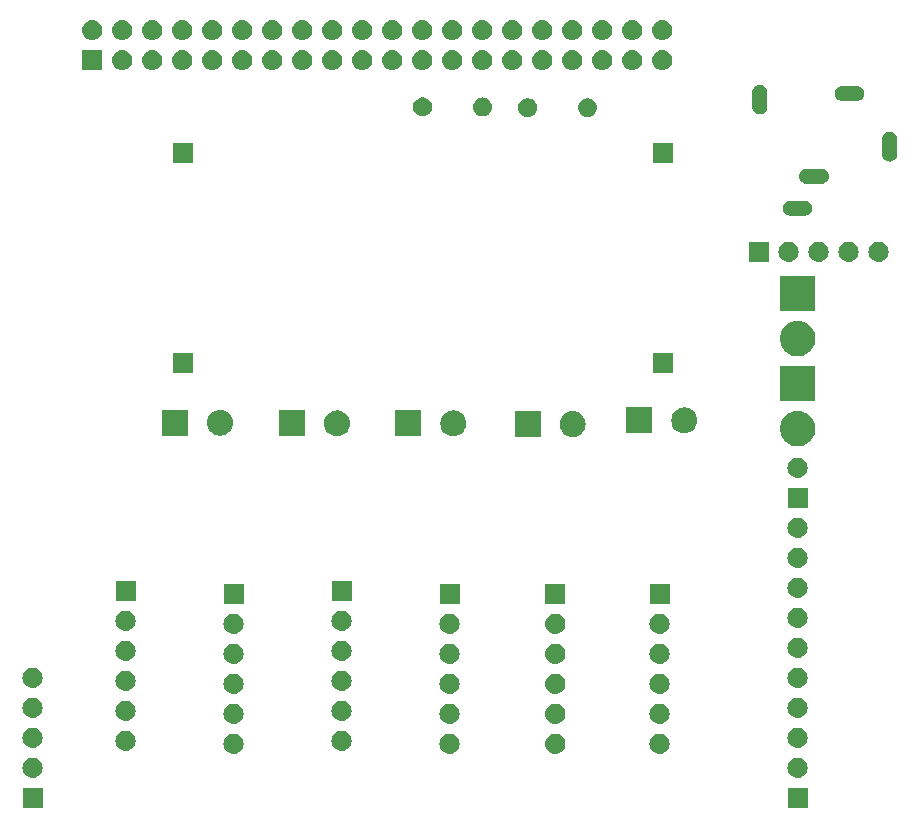
<source format=gts>
G04 #@! TF.GenerationSoftware,KiCad,Pcbnew,(5.0.1)-4*
G04 #@! TF.CreationDate,2019-01-24T22:07:47-05:00*
G04 #@! TF.ProjectId,cubesatsim_solar,6375626573617473696D5F736F6C6172,B1.1*
G04 #@! TF.SameCoordinates,Original*
G04 #@! TF.FileFunction,Soldermask,Top*
G04 #@! TF.FilePolarity,Negative*
%FSLAX46Y46*%
G04 Gerber Fmt 4.6, Leading zero omitted, Abs format (unit mm)*
G04 Created by KiCad (PCBNEW (5.0.1)-4) date 1/24/2019 10:07:47 PM*
%MOMM*%
%LPD*%
G01*
G04 APERTURE LIST*
%ADD10C,0.100000*%
G04 APERTURE END LIST*
D10*
G36*
X173850000Y-139380000D02*
X172150000Y-139380000D01*
X172150000Y-137680000D01*
X173850000Y-137680000D01*
X173850000Y-139380000D01*
X173850000Y-139380000D01*
G37*
G36*
X109080000Y-139380000D02*
X107380000Y-139380000D01*
X107380000Y-137680000D01*
X109080000Y-137680000D01*
X109080000Y-139380000D01*
X109080000Y-139380000D01*
G37*
G36*
X108396630Y-135152299D02*
X108556855Y-135200903D01*
X108704520Y-135279831D01*
X108833949Y-135386051D01*
X108940169Y-135515480D01*
X109019097Y-135663145D01*
X109067701Y-135823370D01*
X109084112Y-135990000D01*
X109067701Y-136156630D01*
X109019097Y-136316855D01*
X108940169Y-136464520D01*
X108833949Y-136593949D01*
X108704520Y-136700169D01*
X108556855Y-136779097D01*
X108396630Y-136827701D01*
X108271752Y-136840000D01*
X108188248Y-136840000D01*
X108063370Y-136827701D01*
X107903145Y-136779097D01*
X107755480Y-136700169D01*
X107626051Y-136593949D01*
X107519831Y-136464520D01*
X107440903Y-136316855D01*
X107392299Y-136156630D01*
X107375888Y-135990000D01*
X107392299Y-135823370D01*
X107440903Y-135663145D01*
X107519831Y-135515480D01*
X107626051Y-135386051D01*
X107755480Y-135279831D01*
X107903145Y-135200903D01*
X108063370Y-135152299D01*
X108188248Y-135140000D01*
X108271752Y-135140000D01*
X108396630Y-135152299D01*
X108396630Y-135152299D01*
G37*
G36*
X173166630Y-135152299D02*
X173326855Y-135200903D01*
X173474520Y-135279831D01*
X173603949Y-135386051D01*
X173710169Y-135515480D01*
X173789097Y-135663145D01*
X173837701Y-135823370D01*
X173854112Y-135990000D01*
X173837701Y-136156630D01*
X173789097Y-136316855D01*
X173710169Y-136464520D01*
X173603949Y-136593949D01*
X173474520Y-136700169D01*
X173326855Y-136779097D01*
X173166630Y-136827701D01*
X173041752Y-136840000D01*
X172958248Y-136840000D01*
X172833370Y-136827701D01*
X172673145Y-136779097D01*
X172525480Y-136700169D01*
X172396051Y-136593949D01*
X172289831Y-136464520D01*
X172210903Y-136316855D01*
X172162299Y-136156630D01*
X172145888Y-135990000D01*
X172162299Y-135823370D01*
X172210903Y-135663145D01*
X172289831Y-135515480D01*
X172396051Y-135386051D01*
X172525480Y-135279831D01*
X172673145Y-135200903D01*
X172833370Y-135152299D01*
X172958248Y-135140000D01*
X173041752Y-135140000D01*
X173166630Y-135152299D01*
X173166630Y-135152299D01*
G37*
G36*
X143702630Y-133120299D02*
X143862855Y-133168903D01*
X144010520Y-133247831D01*
X144139949Y-133354051D01*
X144246169Y-133483480D01*
X144325097Y-133631145D01*
X144373701Y-133791370D01*
X144390112Y-133958000D01*
X144373701Y-134124630D01*
X144325097Y-134284855D01*
X144246169Y-134432520D01*
X144139949Y-134561949D01*
X144010520Y-134668169D01*
X143862855Y-134747097D01*
X143702630Y-134795701D01*
X143577752Y-134808000D01*
X143494248Y-134808000D01*
X143369370Y-134795701D01*
X143209145Y-134747097D01*
X143061480Y-134668169D01*
X142932051Y-134561949D01*
X142825831Y-134432520D01*
X142746903Y-134284855D01*
X142698299Y-134124630D01*
X142681888Y-133958000D01*
X142698299Y-133791370D01*
X142746903Y-133631145D01*
X142825831Y-133483480D01*
X142932051Y-133354051D01*
X143061480Y-133247831D01*
X143209145Y-133168903D01*
X143369370Y-133120299D01*
X143494248Y-133108000D01*
X143577752Y-133108000D01*
X143702630Y-133120299D01*
X143702630Y-133120299D01*
G37*
G36*
X152656130Y-133120299D02*
X152816355Y-133168903D01*
X152964020Y-133247831D01*
X153093449Y-133354051D01*
X153199669Y-133483480D01*
X153278597Y-133631145D01*
X153327201Y-133791370D01*
X153343612Y-133958000D01*
X153327201Y-134124630D01*
X153278597Y-134284855D01*
X153199669Y-134432520D01*
X153093449Y-134561949D01*
X152964020Y-134668169D01*
X152816355Y-134747097D01*
X152656130Y-134795701D01*
X152531252Y-134808000D01*
X152447748Y-134808000D01*
X152322870Y-134795701D01*
X152162645Y-134747097D01*
X152014980Y-134668169D01*
X151885551Y-134561949D01*
X151779331Y-134432520D01*
X151700403Y-134284855D01*
X151651799Y-134124630D01*
X151635388Y-133958000D01*
X151651799Y-133791370D01*
X151700403Y-133631145D01*
X151779331Y-133483480D01*
X151885551Y-133354051D01*
X152014980Y-133247831D01*
X152162645Y-133168903D01*
X152322870Y-133120299D01*
X152447748Y-133108000D01*
X152531252Y-133108000D01*
X152656130Y-133120299D01*
X152656130Y-133120299D01*
G37*
G36*
X161482630Y-133120299D02*
X161642855Y-133168903D01*
X161790520Y-133247831D01*
X161919949Y-133354051D01*
X162026169Y-133483480D01*
X162105097Y-133631145D01*
X162153701Y-133791370D01*
X162170112Y-133958000D01*
X162153701Y-134124630D01*
X162105097Y-134284855D01*
X162026169Y-134432520D01*
X161919949Y-134561949D01*
X161790520Y-134668169D01*
X161642855Y-134747097D01*
X161482630Y-134795701D01*
X161357752Y-134808000D01*
X161274248Y-134808000D01*
X161149370Y-134795701D01*
X160989145Y-134747097D01*
X160841480Y-134668169D01*
X160712051Y-134561949D01*
X160605831Y-134432520D01*
X160526903Y-134284855D01*
X160478299Y-134124630D01*
X160461888Y-133958000D01*
X160478299Y-133791370D01*
X160526903Y-133631145D01*
X160605831Y-133483480D01*
X160712051Y-133354051D01*
X160841480Y-133247831D01*
X160989145Y-133168903D01*
X161149370Y-133120299D01*
X161274248Y-133108000D01*
X161357752Y-133108000D01*
X161482630Y-133120299D01*
X161482630Y-133120299D01*
G37*
G36*
X125414630Y-133120299D02*
X125574855Y-133168903D01*
X125722520Y-133247831D01*
X125851949Y-133354051D01*
X125958169Y-133483480D01*
X126037097Y-133631145D01*
X126085701Y-133791370D01*
X126102112Y-133958000D01*
X126085701Y-134124630D01*
X126037097Y-134284855D01*
X125958169Y-134432520D01*
X125851949Y-134561949D01*
X125722520Y-134668169D01*
X125574855Y-134747097D01*
X125414630Y-134795701D01*
X125289752Y-134808000D01*
X125206248Y-134808000D01*
X125081370Y-134795701D01*
X124921145Y-134747097D01*
X124773480Y-134668169D01*
X124644051Y-134561949D01*
X124537831Y-134432520D01*
X124458903Y-134284855D01*
X124410299Y-134124630D01*
X124393888Y-133958000D01*
X124410299Y-133791370D01*
X124458903Y-133631145D01*
X124537831Y-133483480D01*
X124644051Y-133354051D01*
X124773480Y-133247831D01*
X124921145Y-133168903D01*
X125081370Y-133120299D01*
X125206248Y-133108000D01*
X125289752Y-133108000D01*
X125414630Y-133120299D01*
X125414630Y-133120299D01*
G37*
G36*
X134558630Y-132866299D02*
X134718855Y-132914903D01*
X134866520Y-132993831D01*
X134995949Y-133100051D01*
X135102169Y-133229480D01*
X135181097Y-133377145D01*
X135229701Y-133537370D01*
X135246112Y-133704000D01*
X135229701Y-133870630D01*
X135181097Y-134030855D01*
X135102169Y-134178520D01*
X134995949Y-134307949D01*
X134866520Y-134414169D01*
X134718855Y-134493097D01*
X134558630Y-134541701D01*
X134433752Y-134554000D01*
X134350248Y-134554000D01*
X134225370Y-134541701D01*
X134065145Y-134493097D01*
X133917480Y-134414169D01*
X133788051Y-134307949D01*
X133681831Y-134178520D01*
X133602903Y-134030855D01*
X133554299Y-133870630D01*
X133537888Y-133704000D01*
X133554299Y-133537370D01*
X133602903Y-133377145D01*
X133681831Y-133229480D01*
X133788051Y-133100051D01*
X133917480Y-132993831D01*
X134065145Y-132914903D01*
X134225370Y-132866299D01*
X134350248Y-132854000D01*
X134433752Y-132854000D01*
X134558630Y-132866299D01*
X134558630Y-132866299D01*
G37*
G36*
X116270630Y-132866299D02*
X116430855Y-132914903D01*
X116578520Y-132993831D01*
X116707949Y-133100051D01*
X116814169Y-133229480D01*
X116893097Y-133377145D01*
X116941701Y-133537370D01*
X116958112Y-133704000D01*
X116941701Y-133870630D01*
X116893097Y-134030855D01*
X116814169Y-134178520D01*
X116707949Y-134307949D01*
X116578520Y-134414169D01*
X116430855Y-134493097D01*
X116270630Y-134541701D01*
X116145752Y-134554000D01*
X116062248Y-134554000D01*
X115937370Y-134541701D01*
X115777145Y-134493097D01*
X115629480Y-134414169D01*
X115500051Y-134307949D01*
X115393831Y-134178520D01*
X115314903Y-134030855D01*
X115266299Y-133870630D01*
X115249888Y-133704000D01*
X115266299Y-133537370D01*
X115314903Y-133377145D01*
X115393831Y-133229480D01*
X115500051Y-133100051D01*
X115629480Y-132993831D01*
X115777145Y-132914903D01*
X115937370Y-132866299D01*
X116062248Y-132854000D01*
X116145752Y-132854000D01*
X116270630Y-132866299D01*
X116270630Y-132866299D01*
G37*
G36*
X108396630Y-132612299D02*
X108556855Y-132660903D01*
X108704520Y-132739831D01*
X108833949Y-132846051D01*
X108940169Y-132975480D01*
X109019097Y-133123145D01*
X109067701Y-133283370D01*
X109084112Y-133450000D01*
X109067701Y-133616630D01*
X109019097Y-133776855D01*
X108940169Y-133924520D01*
X108833949Y-134053949D01*
X108704520Y-134160169D01*
X108556855Y-134239097D01*
X108396630Y-134287701D01*
X108271752Y-134300000D01*
X108188248Y-134300000D01*
X108063370Y-134287701D01*
X107903145Y-134239097D01*
X107755480Y-134160169D01*
X107626051Y-134053949D01*
X107519831Y-133924520D01*
X107440903Y-133776855D01*
X107392299Y-133616630D01*
X107375888Y-133450000D01*
X107392299Y-133283370D01*
X107440903Y-133123145D01*
X107519831Y-132975480D01*
X107626051Y-132846051D01*
X107755480Y-132739831D01*
X107903145Y-132660903D01*
X108063370Y-132612299D01*
X108188248Y-132600000D01*
X108271752Y-132600000D01*
X108396630Y-132612299D01*
X108396630Y-132612299D01*
G37*
G36*
X173166630Y-132612299D02*
X173326855Y-132660903D01*
X173474520Y-132739831D01*
X173603949Y-132846051D01*
X173710169Y-132975480D01*
X173789097Y-133123145D01*
X173837701Y-133283370D01*
X173854112Y-133450000D01*
X173837701Y-133616630D01*
X173789097Y-133776855D01*
X173710169Y-133924520D01*
X173603949Y-134053949D01*
X173474520Y-134160169D01*
X173326855Y-134239097D01*
X173166630Y-134287701D01*
X173041752Y-134300000D01*
X172958248Y-134300000D01*
X172833370Y-134287701D01*
X172673145Y-134239097D01*
X172525480Y-134160169D01*
X172396051Y-134053949D01*
X172289831Y-133924520D01*
X172210903Y-133776855D01*
X172162299Y-133616630D01*
X172145888Y-133450000D01*
X172162299Y-133283370D01*
X172210903Y-133123145D01*
X172289831Y-132975480D01*
X172396051Y-132846051D01*
X172525480Y-132739831D01*
X172673145Y-132660903D01*
X172833370Y-132612299D01*
X172958248Y-132600000D01*
X173041752Y-132600000D01*
X173166630Y-132612299D01*
X173166630Y-132612299D01*
G37*
G36*
X161482630Y-130580299D02*
X161642855Y-130628903D01*
X161790520Y-130707831D01*
X161919949Y-130814051D01*
X162026169Y-130943480D01*
X162105097Y-131091145D01*
X162153701Y-131251370D01*
X162170112Y-131418000D01*
X162153701Y-131584630D01*
X162105097Y-131744855D01*
X162026169Y-131892520D01*
X161919949Y-132021949D01*
X161790520Y-132128169D01*
X161642855Y-132207097D01*
X161482630Y-132255701D01*
X161357752Y-132268000D01*
X161274248Y-132268000D01*
X161149370Y-132255701D01*
X160989145Y-132207097D01*
X160841480Y-132128169D01*
X160712051Y-132021949D01*
X160605831Y-131892520D01*
X160526903Y-131744855D01*
X160478299Y-131584630D01*
X160461888Y-131418000D01*
X160478299Y-131251370D01*
X160526903Y-131091145D01*
X160605831Y-130943480D01*
X160712051Y-130814051D01*
X160841480Y-130707831D01*
X160989145Y-130628903D01*
X161149370Y-130580299D01*
X161274248Y-130568000D01*
X161357752Y-130568000D01*
X161482630Y-130580299D01*
X161482630Y-130580299D01*
G37*
G36*
X143702630Y-130580299D02*
X143862855Y-130628903D01*
X144010520Y-130707831D01*
X144139949Y-130814051D01*
X144246169Y-130943480D01*
X144325097Y-131091145D01*
X144373701Y-131251370D01*
X144390112Y-131418000D01*
X144373701Y-131584630D01*
X144325097Y-131744855D01*
X144246169Y-131892520D01*
X144139949Y-132021949D01*
X144010520Y-132128169D01*
X143862855Y-132207097D01*
X143702630Y-132255701D01*
X143577752Y-132268000D01*
X143494248Y-132268000D01*
X143369370Y-132255701D01*
X143209145Y-132207097D01*
X143061480Y-132128169D01*
X142932051Y-132021949D01*
X142825831Y-131892520D01*
X142746903Y-131744855D01*
X142698299Y-131584630D01*
X142681888Y-131418000D01*
X142698299Y-131251370D01*
X142746903Y-131091145D01*
X142825831Y-130943480D01*
X142932051Y-130814051D01*
X143061480Y-130707831D01*
X143209145Y-130628903D01*
X143369370Y-130580299D01*
X143494248Y-130568000D01*
X143577752Y-130568000D01*
X143702630Y-130580299D01*
X143702630Y-130580299D01*
G37*
G36*
X125414630Y-130580299D02*
X125574855Y-130628903D01*
X125722520Y-130707831D01*
X125851949Y-130814051D01*
X125958169Y-130943480D01*
X126037097Y-131091145D01*
X126085701Y-131251370D01*
X126102112Y-131418000D01*
X126085701Y-131584630D01*
X126037097Y-131744855D01*
X125958169Y-131892520D01*
X125851949Y-132021949D01*
X125722520Y-132128169D01*
X125574855Y-132207097D01*
X125414630Y-132255701D01*
X125289752Y-132268000D01*
X125206248Y-132268000D01*
X125081370Y-132255701D01*
X124921145Y-132207097D01*
X124773480Y-132128169D01*
X124644051Y-132021949D01*
X124537831Y-131892520D01*
X124458903Y-131744855D01*
X124410299Y-131584630D01*
X124393888Y-131418000D01*
X124410299Y-131251370D01*
X124458903Y-131091145D01*
X124537831Y-130943480D01*
X124644051Y-130814051D01*
X124773480Y-130707831D01*
X124921145Y-130628903D01*
X125081370Y-130580299D01*
X125206248Y-130568000D01*
X125289752Y-130568000D01*
X125414630Y-130580299D01*
X125414630Y-130580299D01*
G37*
G36*
X152656130Y-130580299D02*
X152816355Y-130628903D01*
X152964020Y-130707831D01*
X153093449Y-130814051D01*
X153199669Y-130943480D01*
X153278597Y-131091145D01*
X153327201Y-131251370D01*
X153343612Y-131418000D01*
X153327201Y-131584630D01*
X153278597Y-131744855D01*
X153199669Y-131892520D01*
X153093449Y-132021949D01*
X152964020Y-132128169D01*
X152816355Y-132207097D01*
X152656130Y-132255701D01*
X152531252Y-132268000D01*
X152447748Y-132268000D01*
X152322870Y-132255701D01*
X152162645Y-132207097D01*
X152014980Y-132128169D01*
X151885551Y-132021949D01*
X151779331Y-131892520D01*
X151700403Y-131744855D01*
X151651799Y-131584630D01*
X151635388Y-131418000D01*
X151651799Y-131251370D01*
X151700403Y-131091145D01*
X151779331Y-130943480D01*
X151885551Y-130814051D01*
X152014980Y-130707831D01*
X152162645Y-130628903D01*
X152322870Y-130580299D01*
X152447748Y-130568000D01*
X152531252Y-130568000D01*
X152656130Y-130580299D01*
X152656130Y-130580299D01*
G37*
G36*
X116270630Y-130326299D02*
X116430855Y-130374903D01*
X116578520Y-130453831D01*
X116707949Y-130560051D01*
X116814169Y-130689480D01*
X116893097Y-130837145D01*
X116941701Y-130997370D01*
X116958112Y-131164000D01*
X116941701Y-131330630D01*
X116893097Y-131490855D01*
X116814169Y-131638520D01*
X116707949Y-131767949D01*
X116578520Y-131874169D01*
X116430855Y-131953097D01*
X116270630Y-132001701D01*
X116145752Y-132014000D01*
X116062248Y-132014000D01*
X115937370Y-132001701D01*
X115777145Y-131953097D01*
X115629480Y-131874169D01*
X115500051Y-131767949D01*
X115393831Y-131638520D01*
X115314903Y-131490855D01*
X115266299Y-131330630D01*
X115249888Y-131164000D01*
X115266299Y-130997370D01*
X115314903Y-130837145D01*
X115393831Y-130689480D01*
X115500051Y-130560051D01*
X115629480Y-130453831D01*
X115777145Y-130374903D01*
X115937370Y-130326299D01*
X116062248Y-130314000D01*
X116145752Y-130314000D01*
X116270630Y-130326299D01*
X116270630Y-130326299D01*
G37*
G36*
X134558630Y-130326299D02*
X134718855Y-130374903D01*
X134866520Y-130453831D01*
X134995949Y-130560051D01*
X135102169Y-130689480D01*
X135181097Y-130837145D01*
X135229701Y-130997370D01*
X135246112Y-131164000D01*
X135229701Y-131330630D01*
X135181097Y-131490855D01*
X135102169Y-131638520D01*
X134995949Y-131767949D01*
X134866520Y-131874169D01*
X134718855Y-131953097D01*
X134558630Y-132001701D01*
X134433752Y-132014000D01*
X134350248Y-132014000D01*
X134225370Y-132001701D01*
X134065145Y-131953097D01*
X133917480Y-131874169D01*
X133788051Y-131767949D01*
X133681831Y-131638520D01*
X133602903Y-131490855D01*
X133554299Y-131330630D01*
X133537888Y-131164000D01*
X133554299Y-130997370D01*
X133602903Y-130837145D01*
X133681831Y-130689480D01*
X133788051Y-130560051D01*
X133917480Y-130453831D01*
X134065145Y-130374903D01*
X134225370Y-130326299D01*
X134350248Y-130314000D01*
X134433752Y-130314000D01*
X134558630Y-130326299D01*
X134558630Y-130326299D01*
G37*
G36*
X108396630Y-130072299D02*
X108556855Y-130120903D01*
X108704520Y-130199831D01*
X108833949Y-130306051D01*
X108940169Y-130435480D01*
X109019097Y-130583145D01*
X109067701Y-130743370D01*
X109084112Y-130910000D01*
X109067701Y-131076630D01*
X109019097Y-131236855D01*
X108940169Y-131384520D01*
X108833949Y-131513949D01*
X108704520Y-131620169D01*
X108556855Y-131699097D01*
X108396630Y-131747701D01*
X108271752Y-131760000D01*
X108188248Y-131760000D01*
X108063370Y-131747701D01*
X107903145Y-131699097D01*
X107755480Y-131620169D01*
X107626051Y-131513949D01*
X107519831Y-131384520D01*
X107440903Y-131236855D01*
X107392299Y-131076630D01*
X107375888Y-130910000D01*
X107392299Y-130743370D01*
X107440903Y-130583145D01*
X107519831Y-130435480D01*
X107626051Y-130306051D01*
X107755480Y-130199831D01*
X107903145Y-130120903D01*
X108063370Y-130072299D01*
X108188248Y-130060000D01*
X108271752Y-130060000D01*
X108396630Y-130072299D01*
X108396630Y-130072299D01*
G37*
G36*
X173166630Y-130072299D02*
X173326855Y-130120903D01*
X173474520Y-130199831D01*
X173603949Y-130306051D01*
X173710169Y-130435480D01*
X173789097Y-130583145D01*
X173837701Y-130743370D01*
X173854112Y-130910000D01*
X173837701Y-131076630D01*
X173789097Y-131236855D01*
X173710169Y-131384520D01*
X173603949Y-131513949D01*
X173474520Y-131620169D01*
X173326855Y-131699097D01*
X173166630Y-131747701D01*
X173041752Y-131760000D01*
X172958248Y-131760000D01*
X172833370Y-131747701D01*
X172673145Y-131699097D01*
X172525480Y-131620169D01*
X172396051Y-131513949D01*
X172289831Y-131384520D01*
X172210903Y-131236855D01*
X172162299Y-131076630D01*
X172145888Y-130910000D01*
X172162299Y-130743370D01*
X172210903Y-130583145D01*
X172289831Y-130435480D01*
X172396051Y-130306051D01*
X172525480Y-130199831D01*
X172673145Y-130120903D01*
X172833370Y-130072299D01*
X172958248Y-130060000D01*
X173041752Y-130060000D01*
X173166630Y-130072299D01*
X173166630Y-130072299D01*
G37*
G36*
X161482630Y-128040299D02*
X161642855Y-128088903D01*
X161790520Y-128167831D01*
X161919949Y-128274051D01*
X162026169Y-128403480D01*
X162105097Y-128551145D01*
X162153701Y-128711370D01*
X162170112Y-128878000D01*
X162153701Y-129044630D01*
X162105097Y-129204855D01*
X162026169Y-129352520D01*
X161919949Y-129481949D01*
X161790520Y-129588169D01*
X161642855Y-129667097D01*
X161482630Y-129715701D01*
X161357752Y-129728000D01*
X161274248Y-129728000D01*
X161149370Y-129715701D01*
X160989145Y-129667097D01*
X160841480Y-129588169D01*
X160712051Y-129481949D01*
X160605831Y-129352520D01*
X160526903Y-129204855D01*
X160478299Y-129044630D01*
X160461888Y-128878000D01*
X160478299Y-128711370D01*
X160526903Y-128551145D01*
X160605831Y-128403480D01*
X160712051Y-128274051D01*
X160841480Y-128167831D01*
X160989145Y-128088903D01*
X161149370Y-128040299D01*
X161274248Y-128028000D01*
X161357752Y-128028000D01*
X161482630Y-128040299D01*
X161482630Y-128040299D01*
G37*
G36*
X125414630Y-128040299D02*
X125574855Y-128088903D01*
X125722520Y-128167831D01*
X125851949Y-128274051D01*
X125958169Y-128403480D01*
X126037097Y-128551145D01*
X126085701Y-128711370D01*
X126102112Y-128878000D01*
X126085701Y-129044630D01*
X126037097Y-129204855D01*
X125958169Y-129352520D01*
X125851949Y-129481949D01*
X125722520Y-129588169D01*
X125574855Y-129667097D01*
X125414630Y-129715701D01*
X125289752Y-129728000D01*
X125206248Y-129728000D01*
X125081370Y-129715701D01*
X124921145Y-129667097D01*
X124773480Y-129588169D01*
X124644051Y-129481949D01*
X124537831Y-129352520D01*
X124458903Y-129204855D01*
X124410299Y-129044630D01*
X124393888Y-128878000D01*
X124410299Y-128711370D01*
X124458903Y-128551145D01*
X124537831Y-128403480D01*
X124644051Y-128274051D01*
X124773480Y-128167831D01*
X124921145Y-128088903D01*
X125081370Y-128040299D01*
X125206248Y-128028000D01*
X125289752Y-128028000D01*
X125414630Y-128040299D01*
X125414630Y-128040299D01*
G37*
G36*
X152656130Y-128040299D02*
X152816355Y-128088903D01*
X152964020Y-128167831D01*
X153093449Y-128274051D01*
X153199669Y-128403480D01*
X153278597Y-128551145D01*
X153327201Y-128711370D01*
X153343612Y-128878000D01*
X153327201Y-129044630D01*
X153278597Y-129204855D01*
X153199669Y-129352520D01*
X153093449Y-129481949D01*
X152964020Y-129588169D01*
X152816355Y-129667097D01*
X152656130Y-129715701D01*
X152531252Y-129728000D01*
X152447748Y-129728000D01*
X152322870Y-129715701D01*
X152162645Y-129667097D01*
X152014980Y-129588169D01*
X151885551Y-129481949D01*
X151779331Y-129352520D01*
X151700403Y-129204855D01*
X151651799Y-129044630D01*
X151635388Y-128878000D01*
X151651799Y-128711370D01*
X151700403Y-128551145D01*
X151779331Y-128403480D01*
X151885551Y-128274051D01*
X152014980Y-128167831D01*
X152162645Y-128088903D01*
X152322870Y-128040299D01*
X152447748Y-128028000D01*
X152531252Y-128028000D01*
X152656130Y-128040299D01*
X152656130Y-128040299D01*
G37*
G36*
X143702630Y-128040299D02*
X143862855Y-128088903D01*
X144010520Y-128167831D01*
X144139949Y-128274051D01*
X144246169Y-128403480D01*
X144325097Y-128551145D01*
X144373701Y-128711370D01*
X144390112Y-128878000D01*
X144373701Y-129044630D01*
X144325097Y-129204855D01*
X144246169Y-129352520D01*
X144139949Y-129481949D01*
X144010520Y-129588169D01*
X143862855Y-129667097D01*
X143702630Y-129715701D01*
X143577752Y-129728000D01*
X143494248Y-129728000D01*
X143369370Y-129715701D01*
X143209145Y-129667097D01*
X143061480Y-129588169D01*
X142932051Y-129481949D01*
X142825831Y-129352520D01*
X142746903Y-129204855D01*
X142698299Y-129044630D01*
X142681888Y-128878000D01*
X142698299Y-128711370D01*
X142746903Y-128551145D01*
X142825831Y-128403480D01*
X142932051Y-128274051D01*
X143061480Y-128167831D01*
X143209145Y-128088903D01*
X143369370Y-128040299D01*
X143494248Y-128028000D01*
X143577752Y-128028000D01*
X143702630Y-128040299D01*
X143702630Y-128040299D01*
G37*
G36*
X116270630Y-127786299D02*
X116430855Y-127834903D01*
X116578520Y-127913831D01*
X116707949Y-128020051D01*
X116814169Y-128149480D01*
X116893097Y-128297145D01*
X116941701Y-128457370D01*
X116958112Y-128624000D01*
X116941701Y-128790630D01*
X116893097Y-128950855D01*
X116814169Y-129098520D01*
X116707949Y-129227949D01*
X116578520Y-129334169D01*
X116430855Y-129413097D01*
X116270630Y-129461701D01*
X116145752Y-129474000D01*
X116062248Y-129474000D01*
X115937370Y-129461701D01*
X115777145Y-129413097D01*
X115629480Y-129334169D01*
X115500051Y-129227949D01*
X115393831Y-129098520D01*
X115314903Y-128950855D01*
X115266299Y-128790630D01*
X115249888Y-128624000D01*
X115266299Y-128457370D01*
X115314903Y-128297145D01*
X115393831Y-128149480D01*
X115500051Y-128020051D01*
X115629480Y-127913831D01*
X115777145Y-127834903D01*
X115937370Y-127786299D01*
X116062248Y-127774000D01*
X116145752Y-127774000D01*
X116270630Y-127786299D01*
X116270630Y-127786299D01*
G37*
G36*
X134558630Y-127786299D02*
X134718855Y-127834903D01*
X134866520Y-127913831D01*
X134995949Y-128020051D01*
X135102169Y-128149480D01*
X135181097Y-128297145D01*
X135229701Y-128457370D01*
X135246112Y-128624000D01*
X135229701Y-128790630D01*
X135181097Y-128950855D01*
X135102169Y-129098520D01*
X134995949Y-129227949D01*
X134866520Y-129334169D01*
X134718855Y-129413097D01*
X134558630Y-129461701D01*
X134433752Y-129474000D01*
X134350248Y-129474000D01*
X134225370Y-129461701D01*
X134065145Y-129413097D01*
X133917480Y-129334169D01*
X133788051Y-129227949D01*
X133681831Y-129098520D01*
X133602903Y-128950855D01*
X133554299Y-128790630D01*
X133537888Y-128624000D01*
X133554299Y-128457370D01*
X133602903Y-128297145D01*
X133681831Y-128149480D01*
X133788051Y-128020051D01*
X133917480Y-127913831D01*
X134065145Y-127834903D01*
X134225370Y-127786299D01*
X134350248Y-127774000D01*
X134433752Y-127774000D01*
X134558630Y-127786299D01*
X134558630Y-127786299D01*
G37*
G36*
X173166630Y-127532299D02*
X173326855Y-127580903D01*
X173474520Y-127659831D01*
X173603949Y-127766051D01*
X173710169Y-127895480D01*
X173789097Y-128043145D01*
X173837701Y-128203370D01*
X173854112Y-128370000D01*
X173837701Y-128536630D01*
X173789097Y-128696855D01*
X173710169Y-128844520D01*
X173603949Y-128973949D01*
X173474520Y-129080169D01*
X173326855Y-129159097D01*
X173166630Y-129207701D01*
X173041752Y-129220000D01*
X172958248Y-129220000D01*
X172833370Y-129207701D01*
X172673145Y-129159097D01*
X172525480Y-129080169D01*
X172396051Y-128973949D01*
X172289831Y-128844520D01*
X172210903Y-128696855D01*
X172162299Y-128536630D01*
X172145888Y-128370000D01*
X172162299Y-128203370D01*
X172210903Y-128043145D01*
X172289831Y-127895480D01*
X172396051Y-127766051D01*
X172525480Y-127659831D01*
X172673145Y-127580903D01*
X172833370Y-127532299D01*
X172958248Y-127520000D01*
X173041752Y-127520000D01*
X173166630Y-127532299D01*
X173166630Y-127532299D01*
G37*
G36*
X108396630Y-127532299D02*
X108556855Y-127580903D01*
X108704520Y-127659831D01*
X108833949Y-127766051D01*
X108940169Y-127895480D01*
X109019097Y-128043145D01*
X109067701Y-128203370D01*
X109084112Y-128370000D01*
X109067701Y-128536630D01*
X109019097Y-128696855D01*
X108940169Y-128844520D01*
X108833949Y-128973949D01*
X108704520Y-129080169D01*
X108556855Y-129159097D01*
X108396630Y-129207701D01*
X108271752Y-129220000D01*
X108188248Y-129220000D01*
X108063370Y-129207701D01*
X107903145Y-129159097D01*
X107755480Y-129080169D01*
X107626051Y-128973949D01*
X107519831Y-128844520D01*
X107440903Y-128696855D01*
X107392299Y-128536630D01*
X107375888Y-128370000D01*
X107392299Y-128203370D01*
X107440903Y-128043145D01*
X107519831Y-127895480D01*
X107626051Y-127766051D01*
X107755480Y-127659831D01*
X107903145Y-127580903D01*
X108063370Y-127532299D01*
X108188248Y-127520000D01*
X108271752Y-127520000D01*
X108396630Y-127532299D01*
X108396630Y-127532299D01*
G37*
G36*
X152656130Y-125500299D02*
X152816355Y-125548903D01*
X152964020Y-125627831D01*
X153093449Y-125734051D01*
X153199669Y-125863480D01*
X153278597Y-126011145D01*
X153327201Y-126171370D01*
X153343612Y-126338000D01*
X153327201Y-126504630D01*
X153278597Y-126664855D01*
X153199669Y-126812520D01*
X153093449Y-126941949D01*
X152964020Y-127048169D01*
X152816355Y-127127097D01*
X152656130Y-127175701D01*
X152531252Y-127188000D01*
X152447748Y-127188000D01*
X152322870Y-127175701D01*
X152162645Y-127127097D01*
X152014980Y-127048169D01*
X151885551Y-126941949D01*
X151779331Y-126812520D01*
X151700403Y-126664855D01*
X151651799Y-126504630D01*
X151635388Y-126338000D01*
X151651799Y-126171370D01*
X151700403Y-126011145D01*
X151779331Y-125863480D01*
X151885551Y-125734051D01*
X152014980Y-125627831D01*
X152162645Y-125548903D01*
X152322870Y-125500299D01*
X152447748Y-125488000D01*
X152531252Y-125488000D01*
X152656130Y-125500299D01*
X152656130Y-125500299D01*
G37*
G36*
X161482630Y-125500299D02*
X161642855Y-125548903D01*
X161790520Y-125627831D01*
X161919949Y-125734051D01*
X162026169Y-125863480D01*
X162105097Y-126011145D01*
X162153701Y-126171370D01*
X162170112Y-126338000D01*
X162153701Y-126504630D01*
X162105097Y-126664855D01*
X162026169Y-126812520D01*
X161919949Y-126941949D01*
X161790520Y-127048169D01*
X161642855Y-127127097D01*
X161482630Y-127175701D01*
X161357752Y-127188000D01*
X161274248Y-127188000D01*
X161149370Y-127175701D01*
X160989145Y-127127097D01*
X160841480Y-127048169D01*
X160712051Y-126941949D01*
X160605831Y-126812520D01*
X160526903Y-126664855D01*
X160478299Y-126504630D01*
X160461888Y-126338000D01*
X160478299Y-126171370D01*
X160526903Y-126011145D01*
X160605831Y-125863480D01*
X160712051Y-125734051D01*
X160841480Y-125627831D01*
X160989145Y-125548903D01*
X161149370Y-125500299D01*
X161274248Y-125488000D01*
X161357752Y-125488000D01*
X161482630Y-125500299D01*
X161482630Y-125500299D01*
G37*
G36*
X143702630Y-125500299D02*
X143862855Y-125548903D01*
X144010520Y-125627831D01*
X144139949Y-125734051D01*
X144246169Y-125863480D01*
X144325097Y-126011145D01*
X144373701Y-126171370D01*
X144390112Y-126338000D01*
X144373701Y-126504630D01*
X144325097Y-126664855D01*
X144246169Y-126812520D01*
X144139949Y-126941949D01*
X144010520Y-127048169D01*
X143862855Y-127127097D01*
X143702630Y-127175701D01*
X143577752Y-127188000D01*
X143494248Y-127188000D01*
X143369370Y-127175701D01*
X143209145Y-127127097D01*
X143061480Y-127048169D01*
X142932051Y-126941949D01*
X142825831Y-126812520D01*
X142746903Y-126664855D01*
X142698299Y-126504630D01*
X142681888Y-126338000D01*
X142698299Y-126171370D01*
X142746903Y-126011145D01*
X142825831Y-125863480D01*
X142932051Y-125734051D01*
X143061480Y-125627831D01*
X143209145Y-125548903D01*
X143369370Y-125500299D01*
X143494248Y-125488000D01*
X143577752Y-125488000D01*
X143702630Y-125500299D01*
X143702630Y-125500299D01*
G37*
G36*
X125414630Y-125500299D02*
X125574855Y-125548903D01*
X125722520Y-125627831D01*
X125851949Y-125734051D01*
X125958169Y-125863480D01*
X126037097Y-126011145D01*
X126085701Y-126171370D01*
X126102112Y-126338000D01*
X126085701Y-126504630D01*
X126037097Y-126664855D01*
X125958169Y-126812520D01*
X125851949Y-126941949D01*
X125722520Y-127048169D01*
X125574855Y-127127097D01*
X125414630Y-127175701D01*
X125289752Y-127188000D01*
X125206248Y-127188000D01*
X125081370Y-127175701D01*
X124921145Y-127127097D01*
X124773480Y-127048169D01*
X124644051Y-126941949D01*
X124537831Y-126812520D01*
X124458903Y-126664855D01*
X124410299Y-126504630D01*
X124393888Y-126338000D01*
X124410299Y-126171370D01*
X124458903Y-126011145D01*
X124537831Y-125863480D01*
X124644051Y-125734051D01*
X124773480Y-125627831D01*
X124921145Y-125548903D01*
X125081370Y-125500299D01*
X125206248Y-125488000D01*
X125289752Y-125488000D01*
X125414630Y-125500299D01*
X125414630Y-125500299D01*
G37*
G36*
X116270630Y-125246299D02*
X116430855Y-125294903D01*
X116578520Y-125373831D01*
X116707949Y-125480051D01*
X116814169Y-125609480D01*
X116893097Y-125757145D01*
X116941701Y-125917370D01*
X116958112Y-126084000D01*
X116941701Y-126250630D01*
X116893097Y-126410855D01*
X116814169Y-126558520D01*
X116707949Y-126687949D01*
X116578520Y-126794169D01*
X116430855Y-126873097D01*
X116270630Y-126921701D01*
X116145752Y-126934000D01*
X116062248Y-126934000D01*
X115937370Y-126921701D01*
X115777145Y-126873097D01*
X115629480Y-126794169D01*
X115500051Y-126687949D01*
X115393831Y-126558520D01*
X115314903Y-126410855D01*
X115266299Y-126250630D01*
X115249888Y-126084000D01*
X115266299Y-125917370D01*
X115314903Y-125757145D01*
X115393831Y-125609480D01*
X115500051Y-125480051D01*
X115629480Y-125373831D01*
X115777145Y-125294903D01*
X115937370Y-125246299D01*
X116062248Y-125234000D01*
X116145752Y-125234000D01*
X116270630Y-125246299D01*
X116270630Y-125246299D01*
G37*
G36*
X134558630Y-125246299D02*
X134718855Y-125294903D01*
X134866520Y-125373831D01*
X134995949Y-125480051D01*
X135102169Y-125609480D01*
X135181097Y-125757145D01*
X135229701Y-125917370D01*
X135246112Y-126084000D01*
X135229701Y-126250630D01*
X135181097Y-126410855D01*
X135102169Y-126558520D01*
X134995949Y-126687949D01*
X134866520Y-126794169D01*
X134718855Y-126873097D01*
X134558630Y-126921701D01*
X134433752Y-126934000D01*
X134350248Y-126934000D01*
X134225370Y-126921701D01*
X134065145Y-126873097D01*
X133917480Y-126794169D01*
X133788051Y-126687949D01*
X133681831Y-126558520D01*
X133602903Y-126410855D01*
X133554299Y-126250630D01*
X133537888Y-126084000D01*
X133554299Y-125917370D01*
X133602903Y-125757145D01*
X133681831Y-125609480D01*
X133788051Y-125480051D01*
X133917480Y-125373831D01*
X134065145Y-125294903D01*
X134225370Y-125246299D01*
X134350248Y-125234000D01*
X134433752Y-125234000D01*
X134558630Y-125246299D01*
X134558630Y-125246299D01*
G37*
G36*
X173166630Y-124992299D02*
X173326855Y-125040903D01*
X173474520Y-125119831D01*
X173603949Y-125226051D01*
X173710169Y-125355480D01*
X173789097Y-125503145D01*
X173837701Y-125663370D01*
X173854112Y-125830000D01*
X173837701Y-125996630D01*
X173789097Y-126156855D01*
X173710169Y-126304520D01*
X173603949Y-126433949D01*
X173474520Y-126540169D01*
X173326855Y-126619097D01*
X173166630Y-126667701D01*
X173041752Y-126680000D01*
X172958248Y-126680000D01*
X172833370Y-126667701D01*
X172673145Y-126619097D01*
X172525480Y-126540169D01*
X172396051Y-126433949D01*
X172289831Y-126304520D01*
X172210903Y-126156855D01*
X172162299Y-125996630D01*
X172145888Y-125830000D01*
X172162299Y-125663370D01*
X172210903Y-125503145D01*
X172289831Y-125355480D01*
X172396051Y-125226051D01*
X172525480Y-125119831D01*
X172673145Y-125040903D01*
X172833370Y-124992299D01*
X172958248Y-124980000D01*
X173041752Y-124980000D01*
X173166630Y-124992299D01*
X173166630Y-124992299D01*
G37*
G36*
X125414630Y-122960299D02*
X125574855Y-123008903D01*
X125722520Y-123087831D01*
X125851949Y-123194051D01*
X125958169Y-123323480D01*
X126037097Y-123471145D01*
X126085701Y-123631370D01*
X126102112Y-123798000D01*
X126085701Y-123964630D01*
X126037097Y-124124855D01*
X125958169Y-124272520D01*
X125851949Y-124401949D01*
X125722520Y-124508169D01*
X125574855Y-124587097D01*
X125414630Y-124635701D01*
X125289752Y-124648000D01*
X125206248Y-124648000D01*
X125081370Y-124635701D01*
X124921145Y-124587097D01*
X124773480Y-124508169D01*
X124644051Y-124401949D01*
X124537831Y-124272520D01*
X124458903Y-124124855D01*
X124410299Y-123964630D01*
X124393888Y-123798000D01*
X124410299Y-123631370D01*
X124458903Y-123471145D01*
X124537831Y-123323480D01*
X124644051Y-123194051D01*
X124773480Y-123087831D01*
X124921145Y-123008903D01*
X125081370Y-122960299D01*
X125206248Y-122948000D01*
X125289752Y-122948000D01*
X125414630Y-122960299D01*
X125414630Y-122960299D01*
G37*
G36*
X143702630Y-122960299D02*
X143862855Y-123008903D01*
X144010520Y-123087831D01*
X144139949Y-123194051D01*
X144246169Y-123323480D01*
X144325097Y-123471145D01*
X144373701Y-123631370D01*
X144390112Y-123798000D01*
X144373701Y-123964630D01*
X144325097Y-124124855D01*
X144246169Y-124272520D01*
X144139949Y-124401949D01*
X144010520Y-124508169D01*
X143862855Y-124587097D01*
X143702630Y-124635701D01*
X143577752Y-124648000D01*
X143494248Y-124648000D01*
X143369370Y-124635701D01*
X143209145Y-124587097D01*
X143061480Y-124508169D01*
X142932051Y-124401949D01*
X142825831Y-124272520D01*
X142746903Y-124124855D01*
X142698299Y-123964630D01*
X142681888Y-123798000D01*
X142698299Y-123631370D01*
X142746903Y-123471145D01*
X142825831Y-123323480D01*
X142932051Y-123194051D01*
X143061480Y-123087831D01*
X143209145Y-123008903D01*
X143369370Y-122960299D01*
X143494248Y-122948000D01*
X143577752Y-122948000D01*
X143702630Y-122960299D01*
X143702630Y-122960299D01*
G37*
G36*
X161482630Y-122960299D02*
X161642855Y-123008903D01*
X161790520Y-123087831D01*
X161919949Y-123194051D01*
X162026169Y-123323480D01*
X162105097Y-123471145D01*
X162153701Y-123631370D01*
X162170112Y-123798000D01*
X162153701Y-123964630D01*
X162105097Y-124124855D01*
X162026169Y-124272520D01*
X161919949Y-124401949D01*
X161790520Y-124508169D01*
X161642855Y-124587097D01*
X161482630Y-124635701D01*
X161357752Y-124648000D01*
X161274248Y-124648000D01*
X161149370Y-124635701D01*
X160989145Y-124587097D01*
X160841480Y-124508169D01*
X160712051Y-124401949D01*
X160605831Y-124272520D01*
X160526903Y-124124855D01*
X160478299Y-123964630D01*
X160461888Y-123798000D01*
X160478299Y-123631370D01*
X160526903Y-123471145D01*
X160605831Y-123323480D01*
X160712051Y-123194051D01*
X160841480Y-123087831D01*
X160989145Y-123008903D01*
X161149370Y-122960299D01*
X161274248Y-122948000D01*
X161357752Y-122948000D01*
X161482630Y-122960299D01*
X161482630Y-122960299D01*
G37*
G36*
X152656130Y-122960299D02*
X152816355Y-123008903D01*
X152964020Y-123087831D01*
X153093449Y-123194051D01*
X153199669Y-123323480D01*
X153278597Y-123471145D01*
X153327201Y-123631370D01*
X153343612Y-123798000D01*
X153327201Y-123964630D01*
X153278597Y-124124855D01*
X153199669Y-124272520D01*
X153093449Y-124401949D01*
X152964020Y-124508169D01*
X152816355Y-124587097D01*
X152656130Y-124635701D01*
X152531252Y-124648000D01*
X152447748Y-124648000D01*
X152322870Y-124635701D01*
X152162645Y-124587097D01*
X152014980Y-124508169D01*
X151885551Y-124401949D01*
X151779331Y-124272520D01*
X151700403Y-124124855D01*
X151651799Y-123964630D01*
X151635388Y-123798000D01*
X151651799Y-123631370D01*
X151700403Y-123471145D01*
X151779331Y-123323480D01*
X151885551Y-123194051D01*
X152014980Y-123087831D01*
X152162645Y-123008903D01*
X152322870Y-122960299D01*
X152447748Y-122948000D01*
X152531252Y-122948000D01*
X152656130Y-122960299D01*
X152656130Y-122960299D01*
G37*
G36*
X116270630Y-122706299D02*
X116430855Y-122754903D01*
X116578520Y-122833831D01*
X116707949Y-122940051D01*
X116814169Y-123069480D01*
X116893097Y-123217145D01*
X116941701Y-123377370D01*
X116958112Y-123544000D01*
X116941701Y-123710630D01*
X116893097Y-123870855D01*
X116814169Y-124018520D01*
X116707949Y-124147949D01*
X116578520Y-124254169D01*
X116430855Y-124333097D01*
X116270630Y-124381701D01*
X116145752Y-124394000D01*
X116062248Y-124394000D01*
X115937370Y-124381701D01*
X115777145Y-124333097D01*
X115629480Y-124254169D01*
X115500051Y-124147949D01*
X115393831Y-124018520D01*
X115314903Y-123870855D01*
X115266299Y-123710630D01*
X115249888Y-123544000D01*
X115266299Y-123377370D01*
X115314903Y-123217145D01*
X115393831Y-123069480D01*
X115500051Y-122940051D01*
X115629480Y-122833831D01*
X115777145Y-122754903D01*
X115937370Y-122706299D01*
X116062248Y-122694000D01*
X116145752Y-122694000D01*
X116270630Y-122706299D01*
X116270630Y-122706299D01*
G37*
G36*
X134558630Y-122706299D02*
X134718855Y-122754903D01*
X134866520Y-122833831D01*
X134995949Y-122940051D01*
X135102169Y-123069480D01*
X135181097Y-123217145D01*
X135229701Y-123377370D01*
X135246112Y-123544000D01*
X135229701Y-123710630D01*
X135181097Y-123870855D01*
X135102169Y-124018520D01*
X134995949Y-124147949D01*
X134866520Y-124254169D01*
X134718855Y-124333097D01*
X134558630Y-124381701D01*
X134433752Y-124394000D01*
X134350248Y-124394000D01*
X134225370Y-124381701D01*
X134065145Y-124333097D01*
X133917480Y-124254169D01*
X133788051Y-124147949D01*
X133681831Y-124018520D01*
X133602903Y-123870855D01*
X133554299Y-123710630D01*
X133537888Y-123544000D01*
X133554299Y-123377370D01*
X133602903Y-123217145D01*
X133681831Y-123069480D01*
X133788051Y-122940051D01*
X133917480Y-122833831D01*
X134065145Y-122754903D01*
X134225370Y-122706299D01*
X134350248Y-122694000D01*
X134433752Y-122694000D01*
X134558630Y-122706299D01*
X134558630Y-122706299D01*
G37*
G36*
X173166630Y-122452299D02*
X173326855Y-122500903D01*
X173474520Y-122579831D01*
X173603949Y-122686051D01*
X173710169Y-122815480D01*
X173789097Y-122963145D01*
X173837701Y-123123370D01*
X173854112Y-123290000D01*
X173837701Y-123456630D01*
X173789097Y-123616855D01*
X173710169Y-123764520D01*
X173603949Y-123893949D01*
X173474520Y-124000169D01*
X173326855Y-124079097D01*
X173166630Y-124127701D01*
X173041752Y-124140000D01*
X172958248Y-124140000D01*
X172833370Y-124127701D01*
X172673145Y-124079097D01*
X172525480Y-124000169D01*
X172396051Y-123893949D01*
X172289831Y-123764520D01*
X172210903Y-123616855D01*
X172162299Y-123456630D01*
X172145888Y-123290000D01*
X172162299Y-123123370D01*
X172210903Y-122963145D01*
X172289831Y-122815480D01*
X172396051Y-122686051D01*
X172525480Y-122579831D01*
X172673145Y-122500903D01*
X172833370Y-122452299D01*
X172958248Y-122440000D01*
X173041752Y-122440000D01*
X173166630Y-122452299D01*
X173166630Y-122452299D01*
G37*
G36*
X144386000Y-122108000D02*
X142686000Y-122108000D01*
X142686000Y-120408000D01*
X144386000Y-120408000D01*
X144386000Y-122108000D01*
X144386000Y-122108000D01*
G37*
G36*
X162166000Y-122108000D02*
X160466000Y-122108000D01*
X160466000Y-120408000D01*
X162166000Y-120408000D01*
X162166000Y-122108000D01*
X162166000Y-122108000D01*
G37*
G36*
X126098000Y-122108000D02*
X124398000Y-122108000D01*
X124398000Y-120408000D01*
X126098000Y-120408000D01*
X126098000Y-122108000D01*
X126098000Y-122108000D01*
G37*
G36*
X153339500Y-122108000D02*
X151639500Y-122108000D01*
X151639500Y-120408000D01*
X153339500Y-120408000D01*
X153339500Y-122108000D01*
X153339500Y-122108000D01*
G37*
G36*
X135242000Y-121854000D02*
X133542000Y-121854000D01*
X133542000Y-120154000D01*
X135242000Y-120154000D01*
X135242000Y-121854000D01*
X135242000Y-121854000D01*
G37*
G36*
X116954000Y-121854000D02*
X115254000Y-121854000D01*
X115254000Y-120154000D01*
X116954000Y-120154000D01*
X116954000Y-121854000D01*
X116954000Y-121854000D01*
G37*
G36*
X173166630Y-119912299D02*
X173326855Y-119960903D01*
X173474520Y-120039831D01*
X173603949Y-120146051D01*
X173710169Y-120275480D01*
X173789097Y-120423145D01*
X173837701Y-120583370D01*
X173854112Y-120750000D01*
X173837701Y-120916630D01*
X173789097Y-121076855D01*
X173710169Y-121224520D01*
X173603949Y-121353949D01*
X173474520Y-121460169D01*
X173326855Y-121539097D01*
X173166630Y-121587701D01*
X173041752Y-121600000D01*
X172958248Y-121600000D01*
X172833370Y-121587701D01*
X172673145Y-121539097D01*
X172525480Y-121460169D01*
X172396051Y-121353949D01*
X172289831Y-121224520D01*
X172210903Y-121076855D01*
X172162299Y-120916630D01*
X172145888Y-120750000D01*
X172162299Y-120583370D01*
X172210903Y-120423145D01*
X172289831Y-120275480D01*
X172396051Y-120146051D01*
X172525480Y-120039831D01*
X172673145Y-119960903D01*
X172833370Y-119912299D01*
X172958248Y-119900000D01*
X173041752Y-119900000D01*
X173166630Y-119912299D01*
X173166630Y-119912299D01*
G37*
G36*
X173166630Y-117372299D02*
X173326855Y-117420903D01*
X173474520Y-117499831D01*
X173603949Y-117606051D01*
X173710169Y-117735480D01*
X173789097Y-117883145D01*
X173837701Y-118043370D01*
X173854112Y-118210000D01*
X173837701Y-118376630D01*
X173789097Y-118536855D01*
X173710169Y-118684520D01*
X173603949Y-118813949D01*
X173474520Y-118920169D01*
X173326855Y-118999097D01*
X173166630Y-119047701D01*
X173041752Y-119060000D01*
X172958248Y-119060000D01*
X172833370Y-119047701D01*
X172673145Y-118999097D01*
X172525480Y-118920169D01*
X172396051Y-118813949D01*
X172289831Y-118684520D01*
X172210903Y-118536855D01*
X172162299Y-118376630D01*
X172145888Y-118210000D01*
X172162299Y-118043370D01*
X172210903Y-117883145D01*
X172289831Y-117735480D01*
X172396051Y-117606051D01*
X172525480Y-117499831D01*
X172673145Y-117420903D01*
X172833370Y-117372299D01*
X172958248Y-117360000D01*
X173041752Y-117360000D01*
X173166630Y-117372299D01*
X173166630Y-117372299D01*
G37*
G36*
X173166630Y-114832299D02*
X173326855Y-114880903D01*
X173474520Y-114959831D01*
X173603949Y-115066051D01*
X173710169Y-115195480D01*
X173789097Y-115343145D01*
X173837701Y-115503370D01*
X173854112Y-115670000D01*
X173837701Y-115836630D01*
X173789097Y-115996855D01*
X173710169Y-116144520D01*
X173603949Y-116273949D01*
X173474520Y-116380169D01*
X173326855Y-116459097D01*
X173166630Y-116507701D01*
X173041752Y-116520000D01*
X172958248Y-116520000D01*
X172833370Y-116507701D01*
X172673145Y-116459097D01*
X172525480Y-116380169D01*
X172396051Y-116273949D01*
X172289831Y-116144520D01*
X172210903Y-115996855D01*
X172162299Y-115836630D01*
X172145888Y-115670000D01*
X172162299Y-115503370D01*
X172210903Y-115343145D01*
X172289831Y-115195480D01*
X172396051Y-115066051D01*
X172525480Y-114959831D01*
X172673145Y-114880903D01*
X172833370Y-114832299D01*
X172958248Y-114820000D01*
X173041752Y-114820000D01*
X173166630Y-114832299D01*
X173166630Y-114832299D01*
G37*
G36*
X173850000Y-113980000D02*
X172150000Y-113980000D01*
X172150000Y-112280000D01*
X173850000Y-112280000D01*
X173850000Y-113980000D01*
X173850000Y-113980000D01*
G37*
G36*
X173166630Y-109752299D02*
X173326855Y-109800903D01*
X173474520Y-109879831D01*
X173603949Y-109986051D01*
X173710169Y-110115480D01*
X173789097Y-110263145D01*
X173837701Y-110423370D01*
X173854112Y-110590000D01*
X173837701Y-110756630D01*
X173789097Y-110916855D01*
X173710169Y-111064520D01*
X173603949Y-111193949D01*
X173474520Y-111300169D01*
X173326855Y-111379097D01*
X173166630Y-111427701D01*
X173041752Y-111440000D01*
X172958248Y-111440000D01*
X172833370Y-111427701D01*
X172673145Y-111379097D01*
X172525480Y-111300169D01*
X172396051Y-111193949D01*
X172289831Y-111064520D01*
X172210903Y-110916855D01*
X172162299Y-110756630D01*
X172145888Y-110590000D01*
X172162299Y-110423370D01*
X172210903Y-110263145D01*
X172289831Y-110115480D01*
X172396051Y-109986051D01*
X172525480Y-109879831D01*
X172673145Y-109800903D01*
X172833370Y-109752299D01*
X172958248Y-109740000D01*
X173041752Y-109740000D01*
X173166630Y-109752299D01*
X173166630Y-109752299D01*
G37*
G36*
X173322606Y-105822916D02*
X173437496Y-105845769D01*
X173474165Y-105860958D01*
X173710454Y-105958832D01*
X173956114Y-106122977D01*
X174165023Y-106331886D01*
X174329168Y-106577546D01*
X174376312Y-106691362D01*
X174439330Y-106843500D01*
X174442231Y-106850505D01*
X174499870Y-107140274D01*
X174499870Y-107435726D01*
X174442231Y-107725495D01*
X174329168Y-107998454D01*
X174165023Y-108244114D01*
X173956114Y-108453023D01*
X173710454Y-108617168D01*
X173550559Y-108683398D01*
X173437496Y-108730231D01*
X173340905Y-108749444D01*
X173147726Y-108787870D01*
X172852274Y-108787870D01*
X172659095Y-108749444D01*
X172562504Y-108730231D01*
X172449441Y-108683398D01*
X172289546Y-108617168D01*
X172043886Y-108453023D01*
X171834977Y-108244114D01*
X171670832Y-107998454D01*
X171557769Y-107725495D01*
X171500130Y-107435726D01*
X171500130Y-107140274D01*
X171557769Y-106850505D01*
X171560671Y-106843500D01*
X171623688Y-106691362D01*
X171670832Y-106577546D01*
X171834977Y-106331886D01*
X172043886Y-106122977D01*
X172289546Y-105958832D01*
X172525835Y-105860958D01*
X172562504Y-105845769D01*
X172677394Y-105822916D01*
X172852274Y-105788130D01*
X173147726Y-105788130D01*
X173322606Y-105822916D01*
X173322606Y-105822916D01*
G37*
G36*
X154165639Y-105822916D02*
X154372986Y-105885815D01*
X154372988Y-105885816D01*
X154564084Y-105987958D01*
X154731581Y-106125419D01*
X154869042Y-106292916D01*
X154937244Y-106420514D01*
X154971185Y-106484014D01*
X155034084Y-106691361D01*
X155055322Y-106907000D01*
X155034084Y-107122639D01*
X154990448Y-107266486D01*
X154971184Y-107329988D01*
X154869042Y-107521084D01*
X154731581Y-107688581D01*
X154564084Y-107826042D01*
X154372988Y-107928184D01*
X154372986Y-107928185D01*
X154165639Y-107991084D01*
X154004038Y-108007000D01*
X153895962Y-108007000D01*
X153734361Y-107991084D01*
X153527014Y-107928185D01*
X153527012Y-107928184D01*
X153335916Y-107826042D01*
X153168419Y-107688581D01*
X153030958Y-107521084D01*
X152928816Y-107329988D01*
X152909553Y-107266486D01*
X152865916Y-107122639D01*
X152844678Y-106907000D01*
X152865916Y-106691361D01*
X152928815Y-106484014D01*
X152962756Y-106420514D01*
X153030958Y-106292916D01*
X153168419Y-106125419D01*
X153335916Y-105987958D01*
X153527012Y-105885816D01*
X153527014Y-105885815D01*
X153734361Y-105822916D01*
X153895962Y-105807000D01*
X154004038Y-105807000D01*
X154165639Y-105822916D01*
X154165639Y-105822916D01*
G37*
G36*
X151240000Y-108007000D02*
X149040000Y-108007000D01*
X149040000Y-105807000D01*
X151240000Y-105807000D01*
X151240000Y-108007000D01*
X151240000Y-108007000D01*
G37*
G36*
X141143500Y-107943500D02*
X138943500Y-107943500D01*
X138943500Y-105743500D01*
X141143500Y-105743500D01*
X141143500Y-107943500D01*
X141143500Y-107943500D01*
G37*
G36*
X144069139Y-105759416D02*
X144276486Y-105822315D01*
X144276488Y-105822316D01*
X144467584Y-105924458D01*
X144635081Y-106061919D01*
X144772542Y-106229416D01*
X144849749Y-106373862D01*
X144874685Y-106420514D01*
X144937584Y-106627861D01*
X144958822Y-106843500D01*
X144937584Y-107059139D01*
X144893948Y-107202986D01*
X144874684Y-107266488D01*
X144772542Y-107457584D01*
X144635081Y-107625081D01*
X144467584Y-107762542D01*
X144276488Y-107864684D01*
X144276486Y-107864685D01*
X144069139Y-107927584D01*
X143907538Y-107943500D01*
X143799462Y-107943500D01*
X143637861Y-107927584D01*
X143430514Y-107864685D01*
X143430512Y-107864684D01*
X143239416Y-107762542D01*
X143071919Y-107625081D01*
X142934458Y-107457584D01*
X142832316Y-107266488D01*
X142813053Y-107202986D01*
X142769416Y-107059139D01*
X142748178Y-106843500D01*
X142769416Y-106627861D01*
X142832315Y-106420514D01*
X142857251Y-106373862D01*
X142934458Y-106229416D01*
X143071919Y-106061919D01*
X143239416Y-105924458D01*
X143430512Y-105822316D01*
X143430514Y-105822315D01*
X143637861Y-105759416D01*
X143799462Y-105743500D01*
X143907538Y-105743500D01*
X144069139Y-105759416D01*
X144069139Y-105759416D01*
G37*
G36*
X131301000Y-107943500D02*
X129101000Y-107943500D01*
X129101000Y-105743500D01*
X131301000Y-105743500D01*
X131301000Y-107943500D01*
X131301000Y-107943500D01*
G37*
G36*
X134226639Y-105759416D02*
X134433986Y-105822315D01*
X134433988Y-105822316D01*
X134625084Y-105924458D01*
X134792581Y-106061919D01*
X134930042Y-106229416D01*
X135007249Y-106373862D01*
X135032185Y-106420514D01*
X135095084Y-106627861D01*
X135116322Y-106843500D01*
X135095084Y-107059139D01*
X135051448Y-107202986D01*
X135032184Y-107266488D01*
X134930042Y-107457584D01*
X134792581Y-107625081D01*
X134625084Y-107762542D01*
X134433988Y-107864684D01*
X134433986Y-107864685D01*
X134226639Y-107927584D01*
X134065038Y-107943500D01*
X133956962Y-107943500D01*
X133795361Y-107927584D01*
X133588014Y-107864685D01*
X133588012Y-107864684D01*
X133396916Y-107762542D01*
X133229419Y-107625081D01*
X133091958Y-107457584D01*
X132989816Y-107266488D01*
X132970553Y-107202986D01*
X132926916Y-107059139D01*
X132905678Y-106843500D01*
X132926916Y-106627861D01*
X132989815Y-106420514D01*
X133014751Y-106373862D01*
X133091958Y-106229416D01*
X133229419Y-106061919D01*
X133396916Y-105924458D01*
X133588012Y-105822316D01*
X133588014Y-105822315D01*
X133795361Y-105759416D01*
X133956962Y-105743500D01*
X134065038Y-105743500D01*
X134226639Y-105759416D01*
X134226639Y-105759416D01*
G37*
G36*
X121395000Y-107880000D02*
X119195000Y-107880000D01*
X119195000Y-105680000D01*
X121395000Y-105680000D01*
X121395000Y-107880000D01*
X121395000Y-107880000D01*
G37*
G36*
X124320639Y-105695916D02*
X124527986Y-105758815D01*
X124527988Y-105758816D01*
X124719084Y-105860958D01*
X124886581Y-105998419D01*
X125024042Y-106165916D01*
X125126184Y-106357012D01*
X125126185Y-106357014D01*
X125189084Y-106564361D01*
X125210322Y-106780000D01*
X125189084Y-106995639D01*
X125145209Y-107140274D01*
X125126184Y-107202988D01*
X125024042Y-107394084D01*
X124886581Y-107561581D01*
X124719084Y-107699042D01*
X124527988Y-107801184D01*
X124527986Y-107801185D01*
X124320639Y-107864084D01*
X124159038Y-107880000D01*
X124050962Y-107880000D01*
X123889361Y-107864084D01*
X123682014Y-107801185D01*
X123682012Y-107801184D01*
X123490916Y-107699042D01*
X123323419Y-107561581D01*
X123185958Y-107394084D01*
X123083816Y-107202988D01*
X123064792Y-107140274D01*
X123020916Y-106995639D01*
X122999678Y-106780000D01*
X123020916Y-106564361D01*
X123083815Y-106357014D01*
X123083816Y-106357012D01*
X123185958Y-106165916D01*
X123323419Y-105998419D01*
X123490916Y-105860958D01*
X123682012Y-105758816D01*
X123682014Y-105758815D01*
X123889361Y-105695916D01*
X124050962Y-105680000D01*
X124159038Y-105680000D01*
X124320639Y-105695916D01*
X124320639Y-105695916D01*
G37*
G36*
X163627139Y-105505416D02*
X163834486Y-105568315D01*
X163834488Y-105568316D01*
X164025584Y-105670458D01*
X164193081Y-105807919D01*
X164330542Y-105975416D01*
X164432684Y-106166512D01*
X164432685Y-106166514D01*
X164495584Y-106373861D01*
X164516822Y-106589500D01*
X164495584Y-106805139D01*
X164437796Y-106995639D01*
X164432684Y-107012488D01*
X164330542Y-107203584D01*
X164193081Y-107371081D01*
X164025584Y-107508542D01*
X163834488Y-107610684D01*
X163834486Y-107610685D01*
X163627139Y-107673584D01*
X163465538Y-107689500D01*
X163357462Y-107689500D01*
X163195861Y-107673584D01*
X162988514Y-107610685D01*
X162988512Y-107610684D01*
X162797416Y-107508542D01*
X162629919Y-107371081D01*
X162492458Y-107203584D01*
X162390316Y-107012488D01*
X162385205Y-106995639D01*
X162327416Y-106805139D01*
X162306178Y-106589500D01*
X162327416Y-106373861D01*
X162390315Y-106166514D01*
X162390316Y-106166512D01*
X162492458Y-105975416D01*
X162629919Y-105807919D01*
X162797416Y-105670458D01*
X162988512Y-105568316D01*
X162988514Y-105568315D01*
X163195861Y-105505416D01*
X163357462Y-105489500D01*
X163465538Y-105489500D01*
X163627139Y-105505416D01*
X163627139Y-105505416D01*
G37*
G36*
X160701500Y-107689500D02*
X158501500Y-107689500D01*
X158501500Y-105489500D01*
X160701500Y-105489500D01*
X160701500Y-107689500D01*
X160701500Y-107689500D01*
G37*
G36*
X174499870Y-104977870D02*
X171500130Y-104977870D01*
X171500130Y-101978130D01*
X174499870Y-101978130D01*
X174499870Y-104977870D01*
X174499870Y-104977870D01*
G37*
G36*
X162420000Y-102550000D02*
X160720000Y-102550000D01*
X160720000Y-100850000D01*
X162420000Y-100850000D01*
X162420000Y-102550000D01*
X162420000Y-102550000D01*
G37*
G36*
X121780000Y-102550000D02*
X120080000Y-102550000D01*
X120080000Y-100850000D01*
X121780000Y-100850000D01*
X121780000Y-102550000D01*
X121780000Y-102550000D01*
G37*
G36*
X173340905Y-98206556D02*
X173437496Y-98225769D01*
X173550559Y-98272602D01*
X173710454Y-98338832D01*
X173956114Y-98502977D01*
X174165023Y-98711886D01*
X174329168Y-98957546D01*
X174442231Y-99230505D01*
X174499870Y-99520274D01*
X174499870Y-99815726D01*
X174442231Y-100105495D01*
X174329168Y-100378454D01*
X174165023Y-100624114D01*
X173956114Y-100833023D01*
X173710454Y-100997168D01*
X173550559Y-101063398D01*
X173437496Y-101110231D01*
X173340905Y-101129444D01*
X173147726Y-101167870D01*
X172852274Y-101167870D01*
X172659095Y-101129444D01*
X172562504Y-101110231D01*
X172449441Y-101063398D01*
X172289546Y-100997168D01*
X172043886Y-100833023D01*
X171834977Y-100624114D01*
X171670832Y-100378454D01*
X171557769Y-100105495D01*
X171500130Y-99815726D01*
X171500130Y-99520274D01*
X171557769Y-99230505D01*
X171670832Y-98957546D01*
X171834977Y-98711886D01*
X172043886Y-98502977D01*
X172289546Y-98338832D01*
X172449441Y-98272602D01*
X172562504Y-98225769D01*
X172659095Y-98206556D01*
X172852274Y-98168130D01*
X173147726Y-98168130D01*
X173340905Y-98206556D01*
X173340905Y-98206556D01*
G37*
G36*
X174499870Y-97357870D02*
X171500130Y-97357870D01*
X171500130Y-94358130D01*
X174499870Y-94358130D01*
X174499870Y-97357870D01*
X174499870Y-97357870D01*
G37*
G36*
X177484630Y-91464299D02*
X177644855Y-91512903D01*
X177792520Y-91591831D01*
X177921949Y-91698051D01*
X178028169Y-91827480D01*
X178107097Y-91975145D01*
X178155701Y-92135370D01*
X178172112Y-92302000D01*
X178155701Y-92468630D01*
X178107097Y-92628855D01*
X178028169Y-92776520D01*
X177921949Y-92905949D01*
X177792520Y-93012169D01*
X177644855Y-93091097D01*
X177484630Y-93139701D01*
X177359752Y-93152000D01*
X177276248Y-93152000D01*
X177151370Y-93139701D01*
X176991145Y-93091097D01*
X176843480Y-93012169D01*
X176714051Y-92905949D01*
X176607831Y-92776520D01*
X176528903Y-92628855D01*
X176480299Y-92468630D01*
X176463888Y-92302000D01*
X176480299Y-92135370D01*
X176528903Y-91975145D01*
X176607831Y-91827480D01*
X176714051Y-91698051D01*
X176843480Y-91591831D01*
X176991145Y-91512903D01*
X177151370Y-91464299D01*
X177276248Y-91452000D01*
X177359752Y-91452000D01*
X177484630Y-91464299D01*
X177484630Y-91464299D01*
G37*
G36*
X180024630Y-91464299D02*
X180184855Y-91512903D01*
X180332520Y-91591831D01*
X180461949Y-91698051D01*
X180568169Y-91827480D01*
X180647097Y-91975145D01*
X180695701Y-92135370D01*
X180712112Y-92302000D01*
X180695701Y-92468630D01*
X180647097Y-92628855D01*
X180568169Y-92776520D01*
X180461949Y-92905949D01*
X180332520Y-93012169D01*
X180184855Y-93091097D01*
X180024630Y-93139701D01*
X179899752Y-93152000D01*
X179816248Y-93152000D01*
X179691370Y-93139701D01*
X179531145Y-93091097D01*
X179383480Y-93012169D01*
X179254051Y-92905949D01*
X179147831Y-92776520D01*
X179068903Y-92628855D01*
X179020299Y-92468630D01*
X179003888Y-92302000D01*
X179020299Y-92135370D01*
X179068903Y-91975145D01*
X179147831Y-91827480D01*
X179254051Y-91698051D01*
X179383480Y-91591831D01*
X179531145Y-91512903D01*
X179691370Y-91464299D01*
X179816248Y-91452000D01*
X179899752Y-91452000D01*
X180024630Y-91464299D01*
X180024630Y-91464299D01*
G37*
G36*
X174944630Y-91464299D02*
X175104855Y-91512903D01*
X175252520Y-91591831D01*
X175381949Y-91698051D01*
X175488169Y-91827480D01*
X175567097Y-91975145D01*
X175615701Y-92135370D01*
X175632112Y-92302000D01*
X175615701Y-92468630D01*
X175567097Y-92628855D01*
X175488169Y-92776520D01*
X175381949Y-92905949D01*
X175252520Y-93012169D01*
X175104855Y-93091097D01*
X174944630Y-93139701D01*
X174819752Y-93152000D01*
X174736248Y-93152000D01*
X174611370Y-93139701D01*
X174451145Y-93091097D01*
X174303480Y-93012169D01*
X174174051Y-92905949D01*
X174067831Y-92776520D01*
X173988903Y-92628855D01*
X173940299Y-92468630D01*
X173923888Y-92302000D01*
X173940299Y-92135370D01*
X173988903Y-91975145D01*
X174067831Y-91827480D01*
X174174051Y-91698051D01*
X174303480Y-91591831D01*
X174451145Y-91512903D01*
X174611370Y-91464299D01*
X174736248Y-91452000D01*
X174819752Y-91452000D01*
X174944630Y-91464299D01*
X174944630Y-91464299D01*
G37*
G36*
X172404630Y-91464299D02*
X172564855Y-91512903D01*
X172712520Y-91591831D01*
X172841949Y-91698051D01*
X172948169Y-91827480D01*
X173027097Y-91975145D01*
X173075701Y-92135370D01*
X173092112Y-92302000D01*
X173075701Y-92468630D01*
X173027097Y-92628855D01*
X172948169Y-92776520D01*
X172841949Y-92905949D01*
X172712520Y-93012169D01*
X172564855Y-93091097D01*
X172404630Y-93139701D01*
X172279752Y-93152000D01*
X172196248Y-93152000D01*
X172071370Y-93139701D01*
X171911145Y-93091097D01*
X171763480Y-93012169D01*
X171634051Y-92905949D01*
X171527831Y-92776520D01*
X171448903Y-92628855D01*
X171400299Y-92468630D01*
X171383888Y-92302000D01*
X171400299Y-92135370D01*
X171448903Y-91975145D01*
X171527831Y-91827480D01*
X171634051Y-91698051D01*
X171763480Y-91591831D01*
X171911145Y-91512903D01*
X172071370Y-91464299D01*
X172196248Y-91452000D01*
X172279752Y-91452000D01*
X172404630Y-91464299D01*
X172404630Y-91464299D01*
G37*
G36*
X170548000Y-93152000D02*
X168848000Y-93152000D01*
X168848000Y-91452000D01*
X170548000Y-91452000D01*
X170548000Y-93152000D01*
X170548000Y-93152000D01*
G37*
G36*
X173746307Y-87996101D02*
X173864872Y-88032068D01*
X173974145Y-88090475D01*
X174069922Y-88169078D01*
X174148525Y-88264855D01*
X174206932Y-88374128D01*
X174242899Y-88492693D01*
X174255043Y-88616000D01*
X174242899Y-88739307D01*
X174206932Y-88857872D01*
X174148525Y-88967145D01*
X174069922Y-89062922D01*
X173974145Y-89141525D01*
X173864872Y-89199932D01*
X173746307Y-89235899D01*
X173653899Y-89245000D01*
X172334101Y-89245000D01*
X172241693Y-89235899D01*
X172123128Y-89199932D01*
X172013855Y-89141525D01*
X171918078Y-89062922D01*
X171839475Y-88967145D01*
X171781068Y-88857872D01*
X171745101Y-88739307D01*
X171732957Y-88616000D01*
X171745101Y-88492693D01*
X171781068Y-88374128D01*
X171839475Y-88264855D01*
X171918078Y-88169078D01*
X172013855Y-88090475D01*
X172123128Y-88032068D01*
X172241693Y-87996101D01*
X172334101Y-87987000D01*
X173653899Y-87987000D01*
X173746307Y-87996101D01*
X173746307Y-87996101D01*
G37*
G36*
X175146307Y-85296101D02*
X175264872Y-85332068D01*
X175374145Y-85390475D01*
X175469922Y-85469078D01*
X175548525Y-85564855D01*
X175606932Y-85674128D01*
X175642899Y-85792693D01*
X175655043Y-85916000D01*
X175642899Y-86039307D01*
X175606932Y-86157872D01*
X175548525Y-86267145D01*
X175469922Y-86362922D01*
X175374145Y-86441525D01*
X175264872Y-86499932D01*
X175146307Y-86535899D01*
X175053899Y-86545000D01*
X173734101Y-86545000D01*
X173641693Y-86535899D01*
X173523128Y-86499932D01*
X173413855Y-86441525D01*
X173318078Y-86362922D01*
X173239475Y-86267145D01*
X173181068Y-86157872D01*
X173145101Y-86039307D01*
X173132957Y-85916000D01*
X173145101Y-85792693D01*
X173181068Y-85674128D01*
X173239475Y-85564855D01*
X173318078Y-85469078D01*
X173413855Y-85390475D01*
X173523128Y-85332068D01*
X173641693Y-85296101D01*
X173734101Y-85287000D01*
X175053899Y-85287000D01*
X175146307Y-85296101D01*
X175146307Y-85296101D01*
G37*
G36*
X121780000Y-84770000D02*
X120080000Y-84770000D01*
X120080000Y-83070000D01*
X121780000Y-83070000D01*
X121780000Y-84770000D01*
X121780000Y-84770000D01*
G37*
G36*
X162420000Y-84770000D02*
X160720000Y-84770000D01*
X160720000Y-83070000D01*
X162420000Y-83070000D01*
X162420000Y-84770000D01*
X162420000Y-84770000D01*
G37*
G36*
X180917307Y-82167101D02*
X181035872Y-82203068D01*
X181145145Y-82261475D01*
X181240922Y-82340078D01*
X181319525Y-82435855D01*
X181377932Y-82545128D01*
X181413899Y-82663693D01*
X181423000Y-82756101D01*
X181423000Y-84075899D01*
X181413899Y-84168307D01*
X181377932Y-84286872D01*
X181319525Y-84396145D01*
X181240925Y-84491919D01*
X181240923Y-84491920D01*
X181240922Y-84491922D01*
X181145143Y-84570525D01*
X181145141Y-84570526D01*
X181145140Y-84570527D01*
X181035871Y-84628932D01*
X180917306Y-84664899D01*
X180794000Y-84677043D01*
X180670693Y-84664899D01*
X180552128Y-84628932D01*
X180442855Y-84570525D01*
X180347081Y-84491925D01*
X180347080Y-84491923D01*
X180347078Y-84491922D01*
X180268475Y-84396143D01*
X180210068Y-84286871D01*
X180174101Y-84168306D01*
X180165000Y-84075898D01*
X180165001Y-82756101D01*
X180174102Y-82663693D01*
X180210069Y-82545128D01*
X180268476Y-82435855D01*
X180347079Y-82340078D01*
X180442856Y-82261475D01*
X180552129Y-82203068D01*
X180670694Y-82167101D01*
X180794000Y-82154957D01*
X180917307Y-82167101D01*
X180917307Y-82167101D01*
G37*
G36*
X150373352Y-79340743D02*
X150518941Y-79401048D01*
X150649973Y-79488601D01*
X150761399Y-79600027D01*
X150848952Y-79731059D01*
X150909257Y-79876648D01*
X150940000Y-80031205D01*
X150940000Y-80188795D01*
X150909257Y-80343352D01*
X150848952Y-80488941D01*
X150761399Y-80619973D01*
X150649973Y-80731399D01*
X150518941Y-80818952D01*
X150373352Y-80879257D01*
X150218795Y-80910000D01*
X150061205Y-80910000D01*
X149906648Y-80879257D01*
X149761059Y-80818952D01*
X149630027Y-80731399D01*
X149518601Y-80619973D01*
X149431048Y-80488941D01*
X149370743Y-80343352D01*
X149340000Y-80188795D01*
X149340000Y-80031205D01*
X149370743Y-79876648D01*
X149431048Y-79731059D01*
X149518601Y-79600027D01*
X149630027Y-79488601D01*
X149761059Y-79401048D01*
X149906648Y-79340743D01*
X150061205Y-79310000D01*
X150218795Y-79310000D01*
X150373352Y-79340743D01*
X150373352Y-79340743D01*
G37*
G36*
X155337649Y-79317717D02*
X155376827Y-79321576D01*
X155429483Y-79337549D01*
X155527629Y-79367321D01*
X155666608Y-79441608D01*
X155788422Y-79541578D01*
X155888392Y-79663392D01*
X155962679Y-79802371D01*
X155962679Y-79802372D01*
X156008424Y-79953173D01*
X156023870Y-80110000D01*
X156018128Y-80168305D01*
X156008424Y-80266826D01*
X155962679Y-80417629D01*
X155888392Y-80556608D01*
X155788422Y-80678422D01*
X155666608Y-80778392D01*
X155527629Y-80852679D01*
X155452228Y-80875551D01*
X155376827Y-80898424D01*
X155337649Y-80902283D01*
X155259295Y-80910000D01*
X155180705Y-80910000D01*
X155102351Y-80902283D01*
X155063173Y-80898424D01*
X154987772Y-80875551D01*
X154912371Y-80852679D01*
X154773392Y-80778392D01*
X154651578Y-80678422D01*
X154551608Y-80556608D01*
X154477321Y-80417629D01*
X154431576Y-80266826D01*
X154421873Y-80168305D01*
X154416130Y-80110000D01*
X154431576Y-79953173D01*
X154477321Y-79802372D01*
X154477321Y-79802371D01*
X154551608Y-79663392D01*
X154651578Y-79541578D01*
X154773392Y-79441608D01*
X154912371Y-79367321D01*
X155010517Y-79337549D01*
X155063173Y-79321576D01*
X155102351Y-79317717D01*
X155180705Y-79310000D01*
X155259295Y-79310000D01*
X155337649Y-79317717D01*
X155337649Y-79317717D01*
G37*
G36*
X141483352Y-79277243D02*
X141628941Y-79337548D01*
X141759973Y-79425101D01*
X141871399Y-79536527D01*
X141958952Y-79667559D01*
X142019257Y-79813148D01*
X142050000Y-79967705D01*
X142050000Y-80125295D01*
X142019257Y-80279852D01*
X141958952Y-80425441D01*
X141871399Y-80556473D01*
X141759973Y-80667899D01*
X141628941Y-80755452D01*
X141483352Y-80815757D01*
X141328795Y-80846500D01*
X141171205Y-80846500D01*
X141016648Y-80815757D01*
X140871059Y-80755452D01*
X140740027Y-80667899D01*
X140628601Y-80556473D01*
X140541048Y-80425441D01*
X140480743Y-80279852D01*
X140450000Y-80125295D01*
X140450000Y-79967705D01*
X140480743Y-79813148D01*
X140541048Y-79667559D01*
X140628601Y-79536527D01*
X140740027Y-79425101D01*
X140871059Y-79337548D01*
X141016648Y-79277243D01*
X141171205Y-79246500D01*
X141328795Y-79246500D01*
X141483352Y-79277243D01*
X141483352Y-79277243D01*
G37*
G36*
X146447649Y-79254217D02*
X146486827Y-79258076D01*
X146516720Y-79267144D01*
X146637629Y-79303821D01*
X146776608Y-79378108D01*
X146898422Y-79478078D01*
X146998392Y-79599892D01*
X147072679Y-79738871D01*
X147118424Y-79889674D01*
X147133870Y-80046500D01*
X147118424Y-80203326D01*
X147072679Y-80354129D01*
X146998392Y-80493108D01*
X146898422Y-80614922D01*
X146776608Y-80714892D01*
X146637629Y-80789179D01*
X146562228Y-80812051D01*
X146486827Y-80834924D01*
X146447649Y-80838783D01*
X146369295Y-80846500D01*
X146290705Y-80846500D01*
X146212351Y-80838783D01*
X146173173Y-80834924D01*
X146097773Y-80812052D01*
X146022371Y-80789179D01*
X145883392Y-80714892D01*
X145761578Y-80614922D01*
X145661608Y-80493108D01*
X145587321Y-80354129D01*
X145541576Y-80203326D01*
X145526130Y-80046500D01*
X145541576Y-79889674D01*
X145587321Y-79738871D01*
X145661608Y-79599892D01*
X145761578Y-79478078D01*
X145883392Y-79378108D01*
X146022371Y-79303821D01*
X146143280Y-79267144D01*
X146173173Y-79258076D01*
X146212351Y-79254217D01*
X146290705Y-79246500D01*
X146369295Y-79246500D01*
X146447649Y-79254217D01*
X146447649Y-79254217D01*
G37*
G36*
X169917306Y-78167101D02*
X170035871Y-78203068D01*
X170145140Y-78261473D01*
X170145141Y-78261474D01*
X170145143Y-78261475D01*
X170240922Y-78340078D01*
X170240923Y-78340080D01*
X170240925Y-78340081D01*
X170319525Y-78435855D01*
X170377932Y-78545128D01*
X170413899Y-78663693D01*
X170423000Y-78756101D01*
X170423000Y-80075899D01*
X170413899Y-80168307D01*
X170377932Y-80286872D01*
X170319525Y-80396145D01*
X170240922Y-80491922D01*
X170145145Y-80570525D01*
X170035872Y-80628932D01*
X169917307Y-80664899D01*
X169794000Y-80677043D01*
X169670694Y-80664899D01*
X169552129Y-80628932D01*
X169442856Y-80570525D01*
X169347079Y-80491922D01*
X169268476Y-80396145D01*
X169210069Y-80286872D01*
X169174102Y-80168307D01*
X169165001Y-80075899D01*
X169165000Y-78756102D01*
X169174101Y-78663694D01*
X169210068Y-78545129D01*
X169268473Y-78435860D01*
X169347076Y-78340081D01*
X169347078Y-78340078D01*
X169347080Y-78340077D01*
X169347081Y-78340075D01*
X169442855Y-78261475D01*
X169552128Y-78203068D01*
X169670693Y-78167101D01*
X169794000Y-78154957D01*
X169917306Y-78167101D01*
X169917306Y-78167101D01*
G37*
G36*
X178146307Y-78296101D02*
X178264872Y-78332068D01*
X178374145Y-78390475D01*
X178469922Y-78469078D01*
X178548525Y-78564855D01*
X178606932Y-78674128D01*
X178642899Y-78792693D01*
X178655043Y-78916000D01*
X178642899Y-79039307D01*
X178606932Y-79157872D01*
X178548525Y-79267145D01*
X178469922Y-79362922D01*
X178374145Y-79441525D01*
X178264872Y-79499932D01*
X178146307Y-79535899D01*
X178053899Y-79545000D01*
X176734101Y-79545000D01*
X176641693Y-79535899D01*
X176523128Y-79499932D01*
X176413855Y-79441525D01*
X176318078Y-79362922D01*
X176239475Y-79267145D01*
X176181068Y-79157872D01*
X176145101Y-79039307D01*
X176132957Y-78916000D01*
X176145101Y-78792693D01*
X176181068Y-78674128D01*
X176239475Y-78564855D01*
X176318078Y-78469078D01*
X176413855Y-78390475D01*
X176523128Y-78332068D01*
X176641693Y-78296101D01*
X176734101Y-78287000D01*
X178053899Y-78287000D01*
X178146307Y-78296101D01*
X178146307Y-78296101D01*
G37*
G36*
X161716630Y-75252299D02*
X161876855Y-75300903D01*
X162024520Y-75379831D01*
X162153949Y-75486051D01*
X162260169Y-75615480D01*
X162339097Y-75763145D01*
X162387701Y-75923370D01*
X162404112Y-76090000D01*
X162387701Y-76256630D01*
X162339097Y-76416855D01*
X162260169Y-76564520D01*
X162153949Y-76693949D01*
X162024520Y-76800169D01*
X161876855Y-76879097D01*
X161716630Y-76927701D01*
X161591752Y-76940000D01*
X161508248Y-76940000D01*
X161383370Y-76927701D01*
X161223145Y-76879097D01*
X161075480Y-76800169D01*
X160946051Y-76693949D01*
X160839831Y-76564520D01*
X160760903Y-76416855D01*
X160712299Y-76256630D01*
X160695888Y-76090000D01*
X160712299Y-75923370D01*
X160760903Y-75763145D01*
X160839831Y-75615480D01*
X160946051Y-75486051D01*
X161075480Y-75379831D01*
X161223145Y-75300903D01*
X161383370Y-75252299D01*
X161508248Y-75240000D01*
X161591752Y-75240000D01*
X161716630Y-75252299D01*
X161716630Y-75252299D01*
G37*
G36*
X159176630Y-75252299D02*
X159336855Y-75300903D01*
X159484520Y-75379831D01*
X159613949Y-75486051D01*
X159720169Y-75615480D01*
X159799097Y-75763145D01*
X159847701Y-75923370D01*
X159864112Y-76090000D01*
X159847701Y-76256630D01*
X159799097Y-76416855D01*
X159720169Y-76564520D01*
X159613949Y-76693949D01*
X159484520Y-76800169D01*
X159336855Y-76879097D01*
X159176630Y-76927701D01*
X159051752Y-76940000D01*
X158968248Y-76940000D01*
X158843370Y-76927701D01*
X158683145Y-76879097D01*
X158535480Y-76800169D01*
X158406051Y-76693949D01*
X158299831Y-76564520D01*
X158220903Y-76416855D01*
X158172299Y-76256630D01*
X158155888Y-76090000D01*
X158172299Y-75923370D01*
X158220903Y-75763145D01*
X158299831Y-75615480D01*
X158406051Y-75486051D01*
X158535480Y-75379831D01*
X158683145Y-75300903D01*
X158843370Y-75252299D01*
X158968248Y-75240000D01*
X159051752Y-75240000D01*
X159176630Y-75252299D01*
X159176630Y-75252299D01*
G37*
G36*
X114140000Y-76940000D02*
X112440000Y-76940000D01*
X112440000Y-75240000D01*
X114140000Y-75240000D01*
X114140000Y-76940000D01*
X114140000Y-76940000D01*
G37*
G36*
X146476630Y-75252299D02*
X146636855Y-75300903D01*
X146784520Y-75379831D01*
X146913949Y-75486051D01*
X147020169Y-75615480D01*
X147099097Y-75763145D01*
X147147701Y-75923370D01*
X147164112Y-76090000D01*
X147147701Y-76256630D01*
X147099097Y-76416855D01*
X147020169Y-76564520D01*
X146913949Y-76693949D01*
X146784520Y-76800169D01*
X146636855Y-76879097D01*
X146476630Y-76927701D01*
X146351752Y-76940000D01*
X146268248Y-76940000D01*
X146143370Y-76927701D01*
X145983145Y-76879097D01*
X145835480Y-76800169D01*
X145706051Y-76693949D01*
X145599831Y-76564520D01*
X145520903Y-76416855D01*
X145472299Y-76256630D01*
X145455888Y-76090000D01*
X145472299Y-75923370D01*
X145520903Y-75763145D01*
X145599831Y-75615480D01*
X145706051Y-75486051D01*
X145835480Y-75379831D01*
X145983145Y-75300903D01*
X146143370Y-75252299D01*
X146268248Y-75240000D01*
X146351752Y-75240000D01*
X146476630Y-75252299D01*
X146476630Y-75252299D01*
G37*
G36*
X149016630Y-75252299D02*
X149176855Y-75300903D01*
X149324520Y-75379831D01*
X149453949Y-75486051D01*
X149560169Y-75615480D01*
X149639097Y-75763145D01*
X149687701Y-75923370D01*
X149704112Y-76090000D01*
X149687701Y-76256630D01*
X149639097Y-76416855D01*
X149560169Y-76564520D01*
X149453949Y-76693949D01*
X149324520Y-76800169D01*
X149176855Y-76879097D01*
X149016630Y-76927701D01*
X148891752Y-76940000D01*
X148808248Y-76940000D01*
X148683370Y-76927701D01*
X148523145Y-76879097D01*
X148375480Y-76800169D01*
X148246051Y-76693949D01*
X148139831Y-76564520D01*
X148060903Y-76416855D01*
X148012299Y-76256630D01*
X147995888Y-76090000D01*
X148012299Y-75923370D01*
X148060903Y-75763145D01*
X148139831Y-75615480D01*
X148246051Y-75486051D01*
X148375480Y-75379831D01*
X148523145Y-75300903D01*
X148683370Y-75252299D01*
X148808248Y-75240000D01*
X148891752Y-75240000D01*
X149016630Y-75252299D01*
X149016630Y-75252299D01*
G37*
G36*
X151556630Y-75252299D02*
X151716855Y-75300903D01*
X151864520Y-75379831D01*
X151993949Y-75486051D01*
X152100169Y-75615480D01*
X152179097Y-75763145D01*
X152227701Y-75923370D01*
X152244112Y-76090000D01*
X152227701Y-76256630D01*
X152179097Y-76416855D01*
X152100169Y-76564520D01*
X151993949Y-76693949D01*
X151864520Y-76800169D01*
X151716855Y-76879097D01*
X151556630Y-76927701D01*
X151431752Y-76940000D01*
X151348248Y-76940000D01*
X151223370Y-76927701D01*
X151063145Y-76879097D01*
X150915480Y-76800169D01*
X150786051Y-76693949D01*
X150679831Y-76564520D01*
X150600903Y-76416855D01*
X150552299Y-76256630D01*
X150535888Y-76090000D01*
X150552299Y-75923370D01*
X150600903Y-75763145D01*
X150679831Y-75615480D01*
X150786051Y-75486051D01*
X150915480Y-75379831D01*
X151063145Y-75300903D01*
X151223370Y-75252299D01*
X151348248Y-75240000D01*
X151431752Y-75240000D01*
X151556630Y-75252299D01*
X151556630Y-75252299D01*
G37*
G36*
X154096630Y-75252299D02*
X154256855Y-75300903D01*
X154404520Y-75379831D01*
X154533949Y-75486051D01*
X154640169Y-75615480D01*
X154719097Y-75763145D01*
X154767701Y-75923370D01*
X154784112Y-76090000D01*
X154767701Y-76256630D01*
X154719097Y-76416855D01*
X154640169Y-76564520D01*
X154533949Y-76693949D01*
X154404520Y-76800169D01*
X154256855Y-76879097D01*
X154096630Y-76927701D01*
X153971752Y-76940000D01*
X153888248Y-76940000D01*
X153763370Y-76927701D01*
X153603145Y-76879097D01*
X153455480Y-76800169D01*
X153326051Y-76693949D01*
X153219831Y-76564520D01*
X153140903Y-76416855D01*
X153092299Y-76256630D01*
X153075888Y-76090000D01*
X153092299Y-75923370D01*
X153140903Y-75763145D01*
X153219831Y-75615480D01*
X153326051Y-75486051D01*
X153455480Y-75379831D01*
X153603145Y-75300903D01*
X153763370Y-75252299D01*
X153888248Y-75240000D01*
X153971752Y-75240000D01*
X154096630Y-75252299D01*
X154096630Y-75252299D01*
G37*
G36*
X118536630Y-75252299D02*
X118696855Y-75300903D01*
X118844520Y-75379831D01*
X118973949Y-75486051D01*
X119080169Y-75615480D01*
X119159097Y-75763145D01*
X119207701Y-75923370D01*
X119224112Y-76090000D01*
X119207701Y-76256630D01*
X119159097Y-76416855D01*
X119080169Y-76564520D01*
X118973949Y-76693949D01*
X118844520Y-76800169D01*
X118696855Y-76879097D01*
X118536630Y-76927701D01*
X118411752Y-76940000D01*
X118328248Y-76940000D01*
X118203370Y-76927701D01*
X118043145Y-76879097D01*
X117895480Y-76800169D01*
X117766051Y-76693949D01*
X117659831Y-76564520D01*
X117580903Y-76416855D01*
X117532299Y-76256630D01*
X117515888Y-76090000D01*
X117532299Y-75923370D01*
X117580903Y-75763145D01*
X117659831Y-75615480D01*
X117766051Y-75486051D01*
X117895480Y-75379831D01*
X118043145Y-75300903D01*
X118203370Y-75252299D01*
X118328248Y-75240000D01*
X118411752Y-75240000D01*
X118536630Y-75252299D01*
X118536630Y-75252299D01*
G37*
G36*
X121076630Y-75252299D02*
X121236855Y-75300903D01*
X121384520Y-75379831D01*
X121513949Y-75486051D01*
X121620169Y-75615480D01*
X121699097Y-75763145D01*
X121747701Y-75923370D01*
X121764112Y-76090000D01*
X121747701Y-76256630D01*
X121699097Y-76416855D01*
X121620169Y-76564520D01*
X121513949Y-76693949D01*
X121384520Y-76800169D01*
X121236855Y-76879097D01*
X121076630Y-76927701D01*
X120951752Y-76940000D01*
X120868248Y-76940000D01*
X120743370Y-76927701D01*
X120583145Y-76879097D01*
X120435480Y-76800169D01*
X120306051Y-76693949D01*
X120199831Y-76564520D01*
X120120903Y-76416855D01*
X120072299Y-76256630D01*
X120055888Y-76090000D01*
X120072299Y-75923370D01*
X120120903Y-75763145D01*
X120199831Y-75615480D01*
X120306051Y-75486051D01*
X120435480Y-75379831D01*
X120583145Y-75300903D01*
X120743370Y-75252299D01*
X120868248Y-75240000D01*
X120951752Y-75240000D01*
X121076630Y-75252299D01*
X121076630Y-75252299D01*
G37*
G36*
X123616630Y-75252299D02*
X123776855Y-75300903D01*
X123924520Y-75379831D01*
X124053949Y-75486051D01*
X124160169Y-75615480D01*
X124239097Y-75763145D01*
X124287701Y-75923370D01*
X124304112Y-76090000D01*
X124287701Y-76256630D01*
X124239097Y-76416855D01*
X124160169Y-76564520D01*
X124053949Y-76693949D01*
X123924520Y-76800169D01*
X123776855Y-76879097D01*
X123616630Y-76927701D01*
X123491752Y-76940000D01*
X123408248Y-76940000D01*
X123283370Y-76927701D01*
X123123145Y-76879097D01*
X122975480Y-76800169D01*
X122846051Y-76693949D01*
X122739831Y-76564520D01*
X122660903Y-76416855D01*
X122612299Y-76256630D01*
X122595888Y-76090000D01*
X122612299Y-75923370D01*
X122660903Y-75763145D01*
X122739831Y-75615480D01*
X122846051Y-75486051D01*
X122975480Y-75379831D01*
X123123145Y-75300903D01*
X123283370Y-75252299D01*
X123408248Y-75240000D01*
X123491752Y-75240000D01*
X123616630Y-75252299D01*
X123616630Y-75252299D01*
G37*
G36*
X126156630Y-75252299D02*
X126316855Y-75300903D01*
X126464520Y-75379831D01*
X126593949Y-75486051D01*
X126700169Y-75615480D01*
X126779097Y-75763145D01*
X126827701Y-75923370D01*
X126844112Y-76090000D01*
X126827701Y-76256630D01*
X126779097Y-76416855D01*
X126700169Y-76564520D01*
X126593949Y-76693949D01*
X126464520Y-76800169D01*
X126316855Y-76879097D01*
X126156630Y-76927701D01*
X126031752Y-76940000D01*
X125948248Y-76940000D01*
X125823370Y-76927701D01*
X125663145Y-76879097D01*
X125515480Y-76800169D01*
X125386051Y-76693949D01*
X125279831Y-76564520D01*
X125200903Y-76416855D01*
X125152299Y-76256630D01*
X125135888Y-76090000D01*
X125152299Y-75923370D01*
X125200903Y-75763145D01*
X125279831Y-75615480D01*
X125386051Y-75486051D01*
X125515480Y-75379831D01*
X125663145Y-75300903D01*
X125823370Y-75252299D01*
X125948248Y-75240000D01*
X126031752Y-75240000D01*
X126156630Y-75252299D01*
X126156630Y-75252299D01*
G37*
G36*
X156636630Y-75252299D02*
X156796855Y-75300903D01*
X156944520Y-75379831D01*
X157073949Y-75486051D01*
X157180169Y-75615480D01*
X157259097Y-75763145D01*
X157307701Y-75923370D01*
X157324112Y-76090000D01*
X157307701Y-76256630D01*
X157259097Y-76416855D01*
X157180169Y-76564520D01*
X157073949Y-76693949D01*
X156944520Y-76800169D01*
X156796855Y-76879097D01*
X156636630Y-76927701D01*
X156511752Y-76940000D01*
X156428248Y-76940000D01*
X156303370Y-76927701D01*
X156143145Y-76879097D01*
X155995480Y-76800169D01*
X155866051Y-76693949D01*
X155759831Y-76564520D01*
X155680903Y-76416855D01*
X155632299Y-76256630D01*
X155615888Y-76090000D01*
X155632299Y-75923370D01*
X155680903Y-75763145D01*
X155759831Y-75615480D01*
X155866051Y-75486051D01*
X155995480Y-75379831D01*
X156143145Y-75300903D01*
X156303370Y-75252299D01*
X156428248Y-75240000D01*
X156511752Y-75240000D01*
X156636630Y-75252299D01*
X156636630Y-75252299D01*
G37*
G36*
X143936630Y-75252299D02*
X144096855Y-75300903D01*
X144244520Y-75379831D01*
X144373949Y-75486051D01*
X144480169Y-75615480D01*
X144559097Y-75763145D01*
X144607701Y-75923370D01*
X144624112Y-76090000D01*
X144607701Y-76256630D01*
X144559097Y-76416855D01*
X144480169Y-76564520D01*
X144373949Y-76693949D01*
X144244520Y-76800169D01*
X144096855Y-76879097D01*
X143936630Y-76927701D01*
X143811752Y-76940000D01*
X143728248Y-76940000D01*
X143603370Y-76927701D01*
X143443145Y-76879097D01*
X143295480Y-76800169D01*
X143166051Y-76693949D01*
X143059831Y-76564520D01*
X142980903Y-76416855D01*
X142932299Y-76256630D01*
X142915888Y-76090000D01*
X142932299Y-75923370D01*
X142980903Y-75763145D01*
X143059831Y-75615480D01*
X143166051Y-75486051D01*
X143295480Y-75379831D01*
X143443145Y-75300903D01*
X143603370Y-75252299D01*
X143728248Y-75240000D01*
X143811752Y-75240000D01*
X143936630Y-75252299D01*
X143936630Y-75252299D01*
G37*
G36*
X115996630Y-75252299D02*
X116156855Y-75300903D01*
X116304520Y-75379831D01*
X116433949Y-75486051D01*
X116540169Y-75615480D01*
X116619097Y-75763145D01*
X116667701Y-75923370D01*
X116684112Y-76090000D01*
X116667701Y-76256630D01*
X116619097Y-76416855D01*
X116540169Y-76564520D01*
X116433949Y-76693949D01*
X116304520Y-76800169D01*
X116156855Y-76879097D01*
X115996630Y-76927701D01*
X115871752Y-76940000D01*
X115788248Y-76940000D01*
X115663370Y-76927701D01*
X115503145Y-76879097D01*
X115355480Y-76800169D01*
X115226051Y-76693949D01*
X115119831Y-76564520D01*
X115040903Y-76416855D01*
X114992299Y-76256630D01*
X114975888Y-76090000D01*
X114992299Y-75923370D01*
X115040903Y-75763145D01*
X115119831Y-75615480D01*
X115226051Y-75486051D01*
X115355480Y-75379831D01*
X115503145Y-75300903D01*
X115663370Y-75252299D01*
X115788248Y-75240000D01*
X115871752Y-75240000D01*
X115996630Y-75252299D01*
X115996630Y-75252299D01*
G37*
G36*
X138856630Y-75252299D02*
X139016855Y-75300903D01*
X139164520Y-75379831D01*
X139293949Y-75486051D01*
X139400169Y-75615480D01*
X139479097Y-75763145D01*
X139527701Y-75923370D01*
X139544112Y-76090000D01*
X139527701Y-76256630D01*
X139479097Y-76416855D01*
X139400169Y-76564520D01*
X139293949Y-76693949D01*
X139164520Y-76800169D01*
X139016855Y-76879097D01*
X138856630Y-76927701D01*
X138731752Y-76940000D01*
X138648248Y-76940000D01*
X138523370Y-76927701D01*
X138363145Y-76879097D01*
X138215480Y-76800169D01*
X138086051Y-76693949D01*
X137979831Y-76564520D01*
X137900903Y-76416855D01*
X137852299Y-76256630D01*
X137835888Y-76090000D01*
X137852299Y-75923370D01*
X137900903Y-75763145D01*
X137979831Y-75615480D01*
X138086051Y-75486051D01*
X138215480Y-75379831D01*
X138363145Y-75300903D01*
X138523370Y-75252299D01*
X138648248Y-75240000D01*
X138731752Y-75240000D01*
X138856630Y-75252299D01*
X138856630Y-75252299D01*
G37*
G36*
X141396630Y-75252299D02*
X141556855Y-75300903D01*
X141704520Y-75379831D01*
X141833949Y-75486051D01*
X141940169Y-75615480D01*
X142019097Y-75763145D01*
X142067701Y-75923370D01*
X142084112Y-76090000D01*
X142067701Y-76256630D01*
X142019097Y-76416855D01*
X141940169Y-76564520D01*
X141833949Y-76693949D01*
X141704520Y-76800169D01*
X141556855Y-76879097D01*
X141396630Y-76927701D01*
X141271752Y-76940000D01*
X141188248Y-76940000D01*
X141063370Y-76927701D01*
X140903145Y-76879097D01*
X140755480Y-76800169D01*
X140626051Y-76693949D01*
X140519831Y-76564520D01*
X140440903Y-76416855D01*
X140392299Y-76256630D01*
X140375888Y-76090000D01*
X140392299Y-75923370D01*
X140440903Y-75763145D01*
X140519831Y-75615480D01*
X140626051Y-75486051D01*
X140755480Y-75379831D01*
X140903145Y-75300903D01*
X141063370Y-75252299D01*
X141188248Y-75240000D01*
X141271752Y-75240000D01*
X141396630Y-75252299D01*
X141396630Y-75252299D01*
G37*
G36*
X136316630Y-75252299D02*
X136476855Y-75300903D01*
X136624520Y-75379831D01*
X136753949Y-75486051D01*
X136860169Y-75615480D01*
X136939097Y-75763145D01*
X136987701Y-75923370D01*
X137004112Y-76090000D01*
X136987701Y-76256630D01*
X136939097Y-76416855D01*
X136860169Y-76564520D01*
X136753949Y-76693949D01*
X136624520Y-76800169D01*
X136476855Y-76879097D01*
X136316630Y-76927701D01*
X136191752Y-76940000D01*
X136108248Y-76940000D01*
X135983370Y-76927701D01*
X135823145Y-76879097D01*
X135675480Y-76800169D01*
X135546051Y-76693949D01*
X135439831Y-76564520D01*
X135360903Y-76416855D01*
X135312299Y-76256630D01*
X135295888Y-76090000D01*
X135312299Y-75923370D01*
X135360903Y-75763145D01*
X135439831Y-75615480D01*
X135546051Y-75486051D01*
X135675480Y-75379831D01*
X135823145Y-75300903D01*
X135983370Y-75252299D01*
X136108248Y-75240000D01*
X136191752Y-75240000D01*
X136316630Y-75252299D01*
X136316630Y-75252299D01*
G37*
G36*
X133776630Y-75252299D02*
X133936855Y-75300903D01*
X134084520Y-75379831D01*
X134213949Y-75486051D01*
X134320169Y-75615480D01*
X134399097Y-75763145D01*
X134447701Y-75923370D01*
X134464112Y-76090000D01*
X134447701Y-76256630D01*
X134399097Y-76416855D01*
X134320169Y-76564520D01*
X134213949Y-76693949D01*
X134084520Y-76800169D01*
X133936855Y-76879097D01*
X133776630Y-76927701D01*
X133651752Y-76940000D01*
X133568248Y-76940000D01*
X133443370Y-76927701D01*
X133283145Y-76879097D01*
X133135480Y-76800169D01*
X133006051Y-76693949D01*
X132899831Y-76564520D01*
X132820903Y-76416855D01*
X132772299Y-76256630D01*
X132755888Y-76090000D01*
X132772299Y-75923370D01*
X132820903Y-75763145D01*
X132899831Y-75615480D01*
X133006051Y-75486051D01*
X133135480Y-75379831D01*
X133283145Y-75300903D01*
X133443370Y-75252299D01*
X133568248Y-75240000D01*
X133651752Y-75240000D01*
X133776630Y-75252299D01*
X133776630Y-75252299D01*
G37*
G36*
X131236630Y-75252299D02*
X131396855Y-75300903D01*
X131544520Y-75379831D01*
X131673949Y-75486051D01*
X131780169Y-75615480D01*
X131859097Y-75763145D01*
X131907701Y-75923370D01*
X131924112Y-76090000D01*
X131907701Y-76256630D01*
X131859097Y-76416855D01*
X131780169Y-76564520D01*
X131673949Y-76693949D01*
X131544520Y-76800169D01*
X131396855Y-76879097D01*
X131236630Y-76927701D01*
X131111752Y-76940000D01*
X131028248Y-76940000D01*
X130903370Y-76927701D01*
X130743145Y-76879097D01*
X130595480Y-76800169D01*
X130466051Y-76693949D01*
X130359831Y-76564520D01*
X130280903Y-76416855D01*
X130232299Y-76256630D01*
X130215888Y-76090000D01*
X130232299Y-75923370D01*
X130280903Y-75763145D01*
X130359831Y-75615480D01*
X130466051Y-75486051D01*
X130595480Y-75379831D01*
X130743145Y-75300903D01*
X130903370Y-75252299D01*
X131028248Y-75240000D01*
X131111752Y-75240000D01*
X131236630Y-75252299D01*
X131236630Y-75252299D01*
G37*
G36*
X128696630Y-75252299D02*
X128856855Y-75300903D01*
X129004520Y-75379831D01*
X129133949Y-75486051D01*
X129240169Y-75615480D01*
X129319097Y-75763145D01*
X129367701Y-75923370D01*
X129384112Y-76090000D01*
X129367701Y-76256630D01*
X129319097Y-76416855D01*
X129240169Y-76564520D01*
X129133949Y-76693949D01*
X129004520Y-76800169D01*
X128856855Y-76879097D01*
X128696630Y-76927701D01*
X128571752Y-76940000D01*
X128488248Y-76940000D01*
X128363370Y-76927701D01*
X128203145Y-76879097D01*
X128055480Y-76800169D01*
X127926051Y-76693949D01*
X127819831Y-76564520D01*
X127740903Y-76416855D01*
X127692299Y-76256630D01*
X127675888Y-76090000D01*
X127692299Y-75923370D01*
X127740903Y-75763145D01*
X127819831Y-75615480D01*
X127926051Y-75486051D01*
X128055480Y-75379831D01*
X128203145Y-75300903D01*
X128363370Y-75252299D01*
X128488248Y-75240000D01*
X128571752Y-75240000D01*
X128696630Y-75252299D01*
X128696630Y-75252299D01*
G37*
G36*
X161716630Y-72712299D02*
X161876855Y-72760903D01*
X162024520Y-72839831D01*
X162153949Y-72946051D01*
X162260169Y-73075480D01*
X162339097Y-73223145D01*
X162387701Y-73383370D01*
X162404112Y-73550000D01*
X162387701Y-73716630D01*
X162339097Y-73876855D01*
X162260169Y-74024520D01*
X162153949Y-74153949D01*
X162024520Y-74260169D01*
X161876855Y-74339097D01*
X161716630Y-74387701D01*
X161591752Y-74400000D01*
X161508248Y-74400000D01*
X161383370Y-74387701D01*
X161223145Y-74339097D01*
X161075480Y-74260169D01*
X160946051Y-74153949D01*
X160839831Y-74024520D01*
X160760903Y-73876855D01*
X160712299Y-73716630D01*
X160695888Y-73550000D01*
X160712299Y-73383370D01*
X160760903Y-73223145D01*
X160839831Y-73075480D01*
X160946051Y-72946051D01*
X161075480Y-72839831D01*
X161223145Y-72760903D01*
X161383370Y-72712299D01*
X161508248Y-72700000D01*
X161591752Y-72700000D01*
X161716630Y-72712299D01*
X161716630Y-72712299D01*
G37*
G36*
X156636630Y-72712299D02*
X156796855Y-72760903D01*
X156944520Y-72839831D01*
X157073949Y-72946051D01*
X157180169Y-73075480D01*
X157259097Y-73223145D01*
X157307701Y-73383370D01*
X157324112Y-73550000D01*
X157307701Y-73716630D01*
X157259097Y-73876855D01*
X157180169Y-74024520D01*
X157073949Y-74153949D01*
X156944520Y-74260169D01*
X156796855Y-74339097D01*
X156636630Y-74387701D01*
X156511752Y-74400000D01*
X156428248Y-74400000D01*
X156303370Y-74387701D01*
X156143145Y-74339097D01*
X155995480Y-74260169D01*
X155866051Y-74153949D01*
X155759831Y-74024520D01*
X155680903Y-73876855D01*
X155632299Y-73716630D01*
X155615888Y-73550000D01*
X155632299Y-73383370D01*
X155680903Y-73223145D01*
X155759831Y-73075480D01*
X155866051Y-72946051D01*
X155995480Y-72839831D01*
X156143145Y-72760903D01*
X156303370Y-72712299D01*
X156428248Y-72700000D01*
X156511752Y-72700000D01*
X156636630Y-72712299D01*
X156636630Y-72712299D01*
G37*
G36*
X159176630Y-72712299D02*
X159336855Y-72760903D01*
X159484520Y-72839831D01*
X159613949Y-72946051D01*
X159720169Y-73075480D01*
X159799097Y-73223145D01*
X159847701Y-73383370D01*
X159864112Y-73550000D01*
X159847701Y-73716630D01*
X159799097Y-73876855D01*
X159720169Y-74024520D01*
X159613949Y-74153949D01*
X159484520Y-74260169D01*
X159336855Y-74339097D01*
X159176630Y-74387701D01*
X159051752Y-74400000D01*
X158968248Y-74400000D01*
X158843370Y-74387701D01*
X158683145Y-74339097D01*
X158535480Y-74260169D01*
X158406051Y-74153949D01*
X158299831Y-74024520D01*
X158220903Y-73876855D01*
X158172299Y-73716630D01*
X158155888Y-73550000D01*
X158172299Y-73383370D01*
X158220903Y-73223145D01*
X158299831Y-73075480D01*
X158406051Y-72946051D01*
X158535480Y-72839831D01*
X158683145Y-72760903D01*
X158843370Y-72712299D01*
X158968248Y-72700000D01*
X159051752Y-72700000D01*
X159176630Y-72712299D01*
X159176630Y-72712299D01*
G37*
G36*
X113456630Y-72712299D02*
X113616855Y-72760903D01*
X113764520Y-72839831D01*
X113893949Y-72946051D01*
X114000169Y-73075480D01*
X114079097Y-73223145D01*
X114127701Y-73383370D01*
X114144112Y-73550000D01*
X114127701Y-73716630D01*
X114079097Y-73876855D01*
X114000169Y-74024520D01*
X113893949Y-74153949D01*
X113764520Y-74260169D01*
X113616855Y-74339097D01*
X113456630Y-74387701D01*
X113331752Y-74400000D01*
X113248248Y-74400000D01*
X113123370Y-74387701D01*
X112963145Y-74339097D01*
X112815480Y-74260169D01*
X112686051Y-74153949D01*
X112579831Y-74024520D01*
X112500903Y-73876855D01*
X112452299Y-73716630D01*
X112435888Y-73550000D01*
X112452299Y-73383370D01*
X112500903Y-73223145D01*
X112579831Y-73075480D01*
X112686051Y-72946051D01*
X112815480Y-72839831D01*
X112963145Y-72760903D01*
X113123370Y-72712299D01*
X113248248Y-72700000D01*
X113331752Y-72700000D01*
X113456630Y-72712299D01*
X113456630Y-72712299D01*
G37*
G36*
X115996630Y-72712299D02*
X116156855Y-72760903D01*
X116304520Y-72839831D01*
X116433949Y-72946051D01*
X116540169Y-73075480D01*
X116619097Y-73223145D01*
X116667701Y-73383370D01*
X116684112Y-73550000D01*
X116667701Y-73716630D01*
X116619097Y-73876855D01*
X116540169Y-74024520D01*
X116433949Y-74153949D01*
X116304520Y-74260169D01*
X116156855Y-74339097D01*
X115996630Y-74387701D01*
X115871752Y-74400000D01*
X115788248Y-74400000D01*
X115663370Y-74387701D01*
X115503145Y-74339097D01*
X115355480Y-74260169D01*
X115226051Y-74153949D01*
X115119831Y-74024520D01*
X115040903Y-73876855D01*
X114992299Y-73716630D01*
X114975888Y-73550000D01*
X114992299Y-73383370D01*
X115040903Y-73223145D01*
X115119831Y-73075480D01*
X115226051Y-72946051D01*
X115355480Y-72839831D01*
X115503145Y-72760903D01*
X115663370Y-72712299D01*
X115788248Y-72700000D01*
X115871752Y-72700000D01*
X115996630Y-72712299D01*
X115996630Y-72712299D01*
G37*
G36*
X118536630Y-72712299D02*
X118696855Y-72760903D01*
X118844520Y-72839831D01*
X118973949Y-72946051D01*
X119080169Y-73075480D01*
X119159097Y-73223145D01*
X119207701Y-73383370D01*
X119224112Y-73550000D01*
X119207701Y-73716630D01*
X119159097Y-73876855D01*
X119080169Y-74024520D01*
X118973949Y-74153949D01*
X118844520Y-74260169D01*
X118696855Y-74339097D01*
X118536630Y-74387701D01*
X118411752Y-74400000D01*
X118328248Y-74400000D01*
X118203370Y-74387701D01*
X118043145Y-74339097D01*
X117895480Y-74260169D01*
X117766051Y-74153949D01*
X117659831Y-74024520D01*
X117580903Y-73876855D01*
X117532299Y-73716630D01*
X117515888Y-73550000D01*
X117532299Y-73383370D01*
X117580903Y-73223145D01*
X117659831Y-73075480D01*
X117766051Y-72946051D01*
X117895480Y-72839831D01*
X118043145Y-72760903D01*
X118203370Y-72712299D01*
X118328248Y-72700000D01*
X118411752Y-72700000D01*
X118536630Y-72712299D01*
X118536630Y-72712299D01*
G37*
G36*
X121076630Y-72712299D02*
X121236855Y-72760903D01*
X121384520Y-72839831D01*
X121513949Y-72946051D01*
X121620169Y-73075480D01*
X121699097Y-73223145D01*
X121747701Y-73383370D01*
X121764112Y-73550000D01*
X121747701Y-73716630D01*
X121699097Y-73876855D01*
X121620169Y-74024520D01*
X121513949Y-74153949D01*
X121384520Y-74260169D01*
X121236855Y-74339097D01*
X121076630Y-74387701D01*
X120951752Y-74400000D01*
X120868248Y-74400000D01*
X120743370Y-74387701D01*
X120583145Y-74339097D01*
X120435480Y-74260169D01*
X120306051Y-74153949D01*
X120199831Y-74024520D01*
X120120903Y-73876855D01*
X120072299Y-73716630D01*
X120055888Y-73550000D01*
X120072299Y-73383370D01*
X120120903Y-73223145D01*
X120199831Y-73075480D01*
X120306051Y-72946051D01*
X120435480Y-72839831D01*
X120583145Y-72760903D01*
X120743370Y-72712299D01*
X120868248Y-72700000D01*
X120951752Y-72700000D01*
X121076630Y-72712299D01*
X121076630Y-72712299D01*
G37*
G36*
X123616630Y-72712299D02*
X123776855Y-72760903D01*
X123924520Y-72839831D01*
X124053949Y-72946051D01*
X124160169Y-73075480D01*
X124239097Y-73223145D01*
X124287701Y-73383370D01*
X124304112Y-73550000D01*
X124287701Y-73716630D01*
X124239097Y-73876855D01*
X124160169Y-74024520D01*
X124053949Y-74153949D01*
X123924520Y-74260169D01*
X123776855Y-74339097D01*
X123616630Y-74387701D01*
X123491752Y-74400000D01*
X123408248Y-74400000D01*
X123283370Y-74387701D01*
X123123145Y-74339097D01*
X122975480Y-74260169D01*
X122846051Y-74153949D01*
X122739831Y-74024520D01*
X122660903Y-73876855D01*
X122612299Y-73716630D01*
X122595888Y-73550000D01*
X122612299Y-73383370D01*
X122660903Y-73223145D01*
X122739831Y-73075480D01*
X122846051Y-72946051D01*
X122975480Y-72839831D01*
X123123145Y-72760903D01*
X123283370Y-72712299D01*
X123408248Y-72700000D01*
X123491752Y-72700000D01*
X123616630Y-72712299D01*
X123616630Y-72712299D01*
G37*
G36*
X126156630Y-72712299D02*
X126316855Y-72760903D01*
X126464520Y-72839831D01*
X126593949Y-72946051D01*
X126700169Y-73075480D01*
X126779097Y-73223145D01*
X126827701Y-73383370D01*
X126844112Y-73550000D01*
X126827701Y-73716630D01*
X126779097Y-73876855D01*
X126700169Y-74024520D01*
X126593949Y-74153949D01*
X126464520Y-74260169D01*
X126316855Y-74339097D01*
X126156630Y-74387701D01*
X126031752Y-74400000D01*
X125948248Y-74400000D01*
X125823370Y-74387701D01*
X125663145Y-74339097D01*
X125515480Y-74260169D01*
X125386051Y-74153949D01*
X125279831Y-74024520D01*
X125200903Y-73876855D01*
X125152299Y-73716630D01*
X125135888Y-73550000D01*
X125152299Y-73383370D01*
X125200903Y-73223145D01*
X125279831Y-73075480D01*
X125386051Y-72946051D01*
X125515480Y-72839831D01*
X125663145Y-72760903D01*
X125823370Y-72712299D01*
X125948248Y-72700000D01*
X126031752Y-72700000D01*
X126156630Y-72712299D01*
X126156630Y-72712299D01*
G37*
G36*
X154096630Y-72712299D02*
X154256855Y-72760903D01*
X154404520Y-72839831D01*
X154533949Y-72946051D01*
X154640169Y-73075480D01*
X154719097Y-73223145D01*
X154767701Y-73383370D01*
X154784112Y-73550000D01*
X154767701Y-73716630D01*
X154719097Y-73876855D01*
X154640169Y-74024520D01*
X154533949Y-74153949D01*
X154404520Y-74260169D01*
X154256855Y-74339097D01*
X154096630Y-74387701D01*
X153971752Y-74400000D01*
X153888248Y-74400000D01*
X153763370Y-74387701D01*
X153603145Y-74339097D01*
X153455480Y-74260169D01*
X153326051Y-74153949D01*
X153219831Y-74024520D01*
X153140903Y-73876855D01*
X153092299Y-73716630D01*
X153075888Y-73550000D01*
X153092299Y-73383370D01*
X153140903Y-73223145D01*
X153219831Y-73075480D01*
X153326051Y-72946051D01*
X153455480Y-72839831D01*
X153603145Y-72760903D01*
X153763370Y-72712299D01*
X153888248Y-72700000D01*
X153971752Y-72700000D01*
X154096630Y-72712299D01*
X154096630Y-72712299D01*
G37*
G36*
X131236630Y-72712299D02*
X131396855Y-72760903D01*
X131544520Y-72839831D01*
X131673949Y-72946051D01*
X131780169Y-73075480D01*
X131859097Y-73223145D01*
X131907701Y-73383370D01*
X131924112Y-73550000D01*
X131907701Y-73716630D01*
X131859097Y-73876855D01*
X131780169Y-74024520D01*
X131673949Y-74153949D01*
X131544520Y-74260169D01*
X131396855Y-74339097D01*
X131236630Y-74387701D01*
X131111752Y-74400000D01*
X131028248Y-74400000D01*
X130903370Y-74387701D01*
X130743145Y-74339097D01*
X130595480Y-74260169D01*
X130466051Y-74153949D01*
X130359831Y-74024520D01*
X130280903Y-73876855D01*
X130232299Y-73716630D01*
X130215888Y-73550000D01*
X130232299Y-73383370D01*
X130280903Y-73223145D01*
X130359831Y-73075480D01*
X130466051Y-72946051D01*
X130595480Y-72839831D01*
X130743145Y-72760903D01*
X130903370Y-72712299D01*
X131028248Y-72700000D01*
X131111752Y-72700000D01*
X131236630Y-72712299D01*
X131236630Y-72712299D01*
G37*
G36*
X133776630Y-72712299D02*
X133936855Y-72760903D01*
X134084520Y-72839831D01*
X134213949Y-72946051D01*
X134320169Y-73075480D01*
X134399097Y-73223145D01*
X134447701Y-73383370D01*
X134464112Y-73550000D01*
X134447701Y-73716630D01*
X134399097Y-73876855D01*
X134320169Y-74024520D01*
X134213949Y-74153949D01*
X134084520Y-74260169D01*
X133936855Y-74339097D01*
X133776630Y-74387701D01*
X133651752Y-74400000D01*
X133568248Y-74400000D01*
X133443370Y-74387701D01*
X133283145Y-74339097D01*
X133135480Y-74260169D01*
X133006051Y-74153949D01*
X132899831Y-74024520D01*
X132820903Y-73876855D01*
X132772299Y-73716630D01*
X132755888Y-73550000D01*
X132772299Y-73383370D01*
X132820903Y-73223145D01*
X132899831Y-73075480D01*
X133006051Y-72946051D01*
X133135480Y-72839831D01*
X133283145Y-72760903D01*
X133443370Y-72712299D01*
X133568248Y-72700000D01*
X133651752Y-72700000D01*
X133776630Y-72712299D01*
X133776630Y-72712299D01*
G37*
G36*
X136316630Y-72712299D02*
X136476855Y-72760903D01*
X136624520Y-72839831D01*
X136753949Y-72946051D01*
X136860169Y-73075480D01*
X136939097Y-73223145D01*
X136987701Y-73383370D01*
X137004112Y-73550000D01*
X136987701Y-73716630D01*
X136939097Y-73876855D01*
X136860169Y-74024520D01*
X136753949Y-74153949D01*
X136624520Y-74260169D01*
X136476855Y-74339097D01*
X136316630Y-74387701D01*
X136191752Y-74400000D01*
X136108248Y-74400000D01*
X135983370Y-74387701D01*
X135823145Y-74339097D01*
X135675480Y-74260169D01*
X135546051Y-74153949D01*
X135439831Y-74024520D01*
X135360903Y-73876855D01*
X135312299Y-73716630D01*
X135295888Y-73550000D01*
X135312299Y-73383370D01*
X135360903Y-73223145D01*
X135439831Y-73075480D01*
X135546051Y-72946051D01*
X135675480Y-72839831D01*
X135823145Y-72760903D01*
X135983370Y-72712299D01*
X136108248Y-72700000D01*
X136191752Y-72700000D01*
X136316630Y-72712299D01*
X136316630Y-72712299D01*
G37*
G36*
X138856630Y-72712299D02*
X139016855Y-72760903D01*
X139164520Y-72839831D01*
X139293949Y-72946051D01*
X139400169Y-73075480D01*
X139479097Y-73223145D01*
X139527701Y-73383370D01*
X139544112Y-73550000D01*
X139527701Y-73716630D01*
X139479097Y-73876855D01*
X139400169Y-74024520D01*
X139293949Y-74153949D01*
X139164520Y-74260169D01*
X139016855Y-74339097D01*
X138856630Y-74387701D01*
X138731752Y-74400000D01*
X138648248Y-74400000D01*
X138523370Y-74387701D01*
X138363145Y-74339097D01*
X138215480Y-74260169D01*
X138086051Y-74153949D01*
X137979831Y-74024520D01*
X137900903Y-73876855D01*
X137852299Y-73716630D01*
X137835888Y-73550000D01*
X137852299Y-73383370D01*
X137900903Y-73223145D01*
X137979831Y-73075480D01*
X138086051Y-72946051D01*
X138215480Y-72839831D01*
X138363145Y-72760903D01*
X138523370Y-72712299D01*
X138648248Y-72700000D01*
X138731752Y-72700000D01*
X138856630Y-72712299D01*
X138856630Y-72712299D01*
G37*
G36*
X141396630Y-72712299D02*
X141556855Y-72760903D01*
X141704520Y-72839831D01*
X141833949Y-72946051D01*
X141940169Y-73075480D01*
X142019097Y-73223145D01*
X142067701Y-73383370D01*
X142084112Y-73550000D01*
X142067701Y-73716630D01*
X142019097Y-73876855D01*
X141940169Y-74024520D01*
X141833949Y-74153949D01*
X141704520Y-74260169D01*
X141556855Y-74339097D01*
X141396630Y-74387701D01*
X141271752Y-74400000D01*
X141188248Y-74400000D01*
X141063370Y-74387701D01*
X140903145Y-74339097D01*
X140755480Y-74260169D01*
X140626051Y-74153949D01*
X140519831Y-74024520D01*
X140440903Y-73876855D01*
X140392299Y-73716630D01*
X140375888Y-73550000D01*
X140392299Y-73383370D01*
X140440903Y-73223145D01*
X140519831Y-73075480D01*
X140626051Y-72946051D01*
X140755480Y-72839831D01*
X140903145Y-72760903D01*
X141063370Y-72712299D01*
X141188248Y-72700000D01*
X141271752Y-72700000D01*
X141396630Y-72712299D01*
X141396630Y-72712299D01*
G37*
G36*
X146476630Y-72712299D02*
X146636855Y-72760903D01*
X146784520Y-72839831D01*
X146913949Y-72946051D01*
X147020169Y-73075480D01*
X147099097Y-73223145D01*
X147147701Y-73383370D01*
X147164112Y-73550000D01*
X147147701Y-73716630D01*
X147099097Y-73876855D01*
X147020169Y-74024520D01*
X146913949Y-74153949D01*
X146784520Y-74260169D01*
X146636855Y-74339097D01*
X146476630Y-74387701D01*
X146351752Y-74400000D01*
X146268248Y-74400000D01*
X146143370Y-74387701D01*
X145983145Y-74339097D01*
X145835480Y-74260169D01*
X145706051Y-74153949D01*
X145599831Y-74024520D01*
X145520903Y-73876855D01*
X145472299Y-73716630D01*
X145455888Y-73550000D01*
X145472299Y-73383370D01*
X145520903Y-73223145D01*
X145599831Y-73075480D01*
X145706051Y-72946051D01*
X145835480Y-72839831D01*
X145983145Y-72760903D01*
X146143370Y-72712299D01*
X146268248Y-72700000D01*
X146351752Y-72700000D01*
X146476630Y-72712299D01*
X146476630Y-72712299D01*
G37*
G36*
X149016630Y-72712299D02*
X149176855Y-72760903D01*
X149324520Y-72839831D01*
X149453949Y-72946051D01*
X149560169Y-73075480D01*
X149639097Y-73223145D01*
X149687701Y-73383370D01*
X149704112Y-73550000D01*
X149687701Y-73716630D01*
X149639097Y-73876855D01*
X149560169Y-74024520D01*
X149453949Y-74153949D01*
X149324520Y-74260169D01*
X149176855Y-74339097D01*
X149016630Y-74387701D01*
X148891752Y-74400000D01*
X148808248Y-74400000D01*
X148683370Y-74387701D01*
X148523145Y-74339097D01*
X148375480Y-74260169D01*
X148246051Y-74153949D01*
X148139831Y-74024520D01*
X148060903Y-73876855D01*
X148012299Y-73716630D01*
X147995888Y-73550000D01*
X148012299Y-73383370D01*
X148060903Y-73223145D01*
X148139831Y-73075480D01*
X148246051Y-72946051D01*
X148375480Y-72839831D01*
X148523145Y-72760903D01*
X148683370Y-72712299D01*
X148808248Y-72700000D01*
X148891752Y-72700000D01*
X149016630Y-72712299D01*
X149016630Y-72712299D01*
G37*
G36*
X151556630Y-72712299D02*
X151716855Y-72760903D01*
X151864520Y-72839831D01*
X151993949Y-72946051D01*
X152100169Y-73075480D01*
X152179097Y-73223145D01*
X152227701Y-73383370D01*
X152244112Y-73550000D01*
X152227701Y-73716630D01*
X152179097Y-73876855D01*
X152100169Y-74024520D01*
X151993949Y-74153949D01*
X151864520Y-74260169D01*
X151716855Y-74339097D01*
X151556630Y-74387701D01*
X151431752Y-74400000D01*
X151348248Y-74400000D01*
X151223370Y-74387701D01*
X151063145Y-74339097D01*
X150915480Y-74260169D01*
X150786051Y-74153949D01*
X150679831Y-74024520D01*
X150600903Y-73876855D01*
X150552299Y-73716630D01*
X150535888Y-73550000D01*
X150552299Y-73383370D01*
X150600903Y-73223145D01*
X150679831Y-73075480D01*
X150786051Y-72946051D01*
X150915480Y-72839831D01*
X151063145Y-72760903D01*
X151223370Y-72712299D01*
X151348248Y-72700000D01*
X151431752Y-72700000D01*
X151556630Y-72712299D01*
X151556630Y-72712299D01*
G37*
G36*
X128696630Y-72712299D02*
X128856855Y-72760903D01*
X129004520Y-72839831D01*
X129133949Y-72946051D01*
X129240169Y-73075480D01*
X129319097Y-73223145D01*
X129367701Y-73383370D01*
X129384112Y-73550000D01*
X129367701Y-73716630D01*
X129319097Y-73876855D01*
X129240169Y-74024520D01*
X129133949Y-74153949D01*
X129004520Y-74260169D01*
X128856855Y-74339097D01*
X128696630Y-74387701D01*
X128571752Y-74400000D01*
X128488248Y-74400000D01*
X128363370Y-74387701D01*
X128203145Y-74339097D01*
X128055480Y-74260169D01*
X127926051Y-74153949D01*
X127819831Y-74024520D01*
X127740903Y-73876855D01*
X127692299Y-73716630D01*
X127675888Y-73550000D01*
X127692299Y-73383370D01*
X127740903Y-73223145D01*
X127819831Y-73075480D01*
X127926051Y-72946051D01*
X128055480Y-72839831D01*
X128203145Y-72760903D01*
X128363370Y-72712299D01*
X128488248Y-72700000D01*
X128571752Y-72700000D01*
X128696630Y-72712299D01*
X128696630Y-72712299D01*
G37*
G36*
X143936630Y-72712299D02*
X144096855Y-72760903D01*
X144244520Y-72839831D01*
X144373949Y-72946051D01*
X144480169Y-73075480D01*
X144559097Y-73223145D01*
X144607701Y-73383370D01*
X144624112Y-73550000D01*
X144607701Y-73716630D01*
X144559097Y-73876855D01*
X144480169Y-74024520D01*
X144373949Y-74153949D01*
X144244520Y-74260169D01*
X144096855Y-74339097D01*
X143936630Y-74387701D01*
X143811752Y-74400000D01*
X143728248Y-74400000D01*
X143603370Y-74387701D01*
X143443145Y-74339097D01*
X143295480Y-74260169D01*
X143166051Y-74153949D01*
X143059831Y-74024520D01*
X142980903Y-73876855D01*
X142932299Y-73716630D01*
X142915888Y-73550000D01*
X142932299Y-73383370D01*
X142980903Y-73223145D01*
X143059831Y-73075480D01*
X143166051Y-72946051D01*
X143295480Y-72839831D01*
X143443145Y-72760903D01*
X143603370Y-72712299D01*
X143728248Y-72700000D01*
X143811752Y-72700000D01*
X143936630Y-72712299D01*
X143936630Y-72712299D01*
G37*
M02*

</source>
